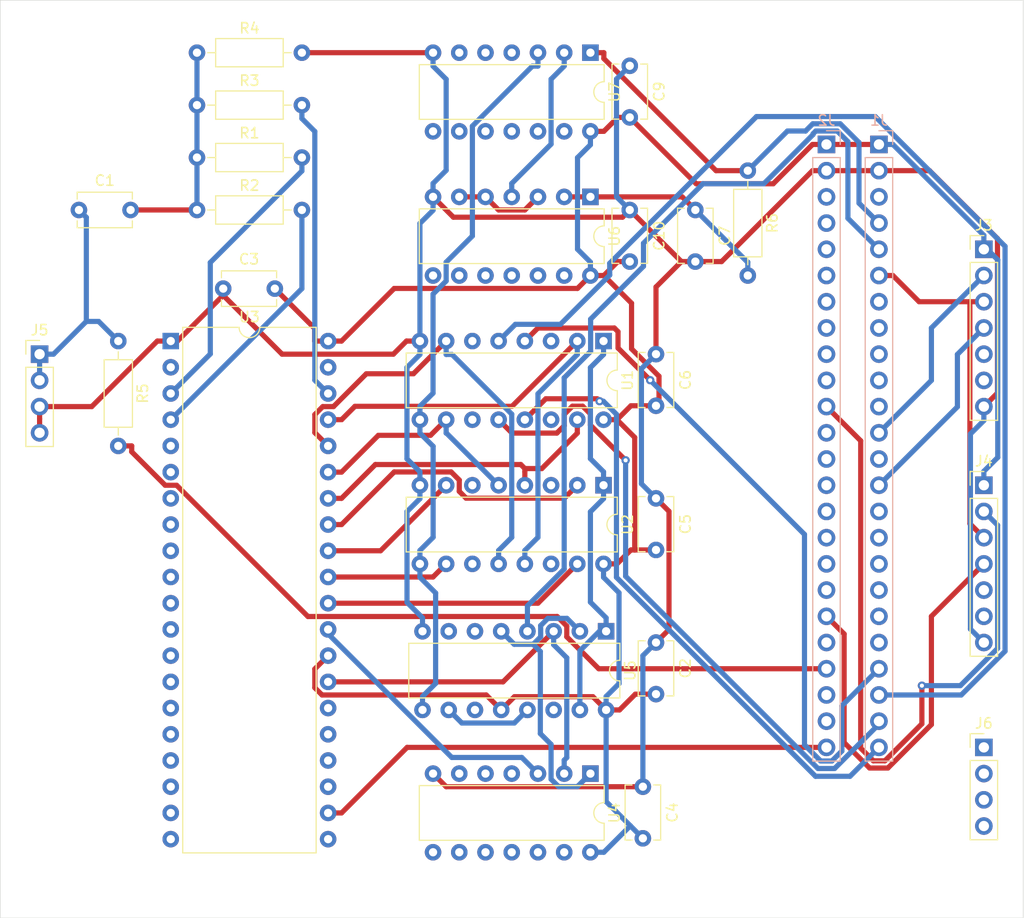
<source format=kicad_pcb>
(kicad_pcb (version 20171130) (host pcbnew "(5.1.6)-1")

  (general
    (thickness 1.6)
    (drawings 4)
    (tracks 400)
    (zones 0)
    (modules 28)
    (nets 112)
  )

  (page A4)
  (layers
    (0 F.Cu mixed)
    (31 B.Cu mixed)
    (32 B.Adhes user)
    (33 F.Adhes user)
    (34 B.Paste user)
    (35 F.Paste user)
    (36 B.SilkS user)
    (37 F.SilkS user)
    (38 B.Mask user)
    (39 F.Mask user)
    (40 Dwgs.User user)
    (41 Cmts.User user)
    (42 Eco1.User user)
    (43 Eco2.User user)
    (44 Edge.Cuts user)
    (45 Margin user)
    (46 B.CrtYd user)
    (47 F.CrtYd user)
    (48 B.Fab user)
    (49 F.Fab user)
  )

  (setup
    (last_trace_width 0.5)
    (trace_clearance 0.2)
    (zone_clearance 0.508)
    (zone_45_only no)
    (trace_min 0.5)
    (via_size 0.8)
    (via_drill 0.4)
    (via_min_size 0.4)
    (via_min_drill 0.3)
    (uvia_size 0.3)
    (uvia_drill 0.1)
    (uvias_allowed no)
    (uvia_min_size 0.2)
    (uvia_min_drill 0.1)
    (edge_width 0.05)
    (segment_width 0.2)
    (pcb_text_width 0.3)
    (pcb_text_size 1.5 1.5)
    (mod_edge_width 0.12)
    (mod_text_size 1 1)
    (mod_text_width 0.15)
    (pad_size 1.524 1.524)
    (pad_drill 0.762)
    (pad_to_mask_clearance 0.1)
    (aux_axis_origin 0 0)
    (visible_elements 7FFFFFFF)
    (pcbplotparams
      (layerselection 0x010fc_ffffffff)
      (usegerberextensions false)
      (usegerberattributes true)
      (usegerberadvancedattributes true)
      (creategerberjobfile true)
      (excludeedgelayer true)
      (linewidth 0.100000)
      (plotframeref false)
      (viasonmask false)
      (mode 1)
      (useauxorigin false)
      (hpglpennumber 1)
      (hpglpenspeed 20)
      (hpglpendiameter 15.000000)
      (psnegative false)
      (psa4output false)
      (plotreference true)
      (plotvalue true)
      (plotinvisibletext false)
      (padsonsilk false)
      (subtractmaskfromsilk false)
      (outputformat 1)
      (mirror false)
      (drillshape 0)
      (scaleselection 1)
      (outputdirectory "gerber/"))
  )

  (net 0 "")
  (net 1 "Net-(R1-Pad2)")
  (net 2 "Net-(C1-Pad2)")
  (net 3 "Net-(R2-Pad2)")
  (net 4 "Net-(R3-Pad2)")
  (net 5 "Net-(C1-Pad1)")
  (net 6 "Net-(U1-Pad15)")
  (net 7 "Net-(U1-Pad7)")
  (net 8 "Net-(U1-Pad14)")
  (net 9 "Net-(U1-Pad6)")
  (net 10 "Net-(U1-Pad11)")
  (net 11 "Net-(U1-Pad3)")
  (net 12 "Net-(U1-Pad10)")
  (net 13 "Net-(U1-Pad2)")
  (net 14 "Net-(U1-Pad1)")
  (net 15 "Net-(U2-Pad15)")
  (net 16 "Net-(U2-Pad7)")
  (net 17 "Net-(U2-Pad14)")
  (net 18 "Net-(U2-Pad6)")
  (net 19 "Net-(U2-Pad11)")
  (net 20 "Net-(U2-Pad3)")
  (net 21 "Net-(U2-Pad10)")
  (net 22 "Net-(U2-Pad2)")
  (net 23 "Net-(U3-Pad20)")
  (net 24 "Net-(U3-Pad39)")
  (net 25 "Net-(U3-Pad19)")
  (net 26 "Net-(U3-Pad18)")
  (net 27 "Net-(U3-Pad17)")
  (net 28 "Net-(U3-Pad16)")
  (net 29 "Net-(U3-Pad15)")
  (net 30 "Net-(U3-Pad14)")
  (net 31 "Net-(U3-Pad13)")
  (net 32 "Net-(U3-Pad12)")
  (net 33 "Net-(U3-Pad11)")
  (net 34 "Net-(U3-Pad10)")
  (net 35 "Net-(U3-Pad29)")
  (net 36 "Net-(U3-Pad9)")
  (net 37 "Net-(U3-Pad8)")
  (net 38 "Net-(U3-Pad7)")
  (net 39 "Net-(U3-Pad26)")
  (net 40 "Net-(U3-Pad6)")
  (net 41 "Net-(U3-Pad25)")
  (net 42 "Net-(U3-Pad5)")
  (net 43 "Net-(U3-Pad24)")
  (net 44 "Net-(U3-Pad23)")
  (net 45 "Net-(U3-Pad2)")
  (net 46 "Net-(U3-Pad21)")
  (net 47 "Net-(J1-Pad24)")
  (net 48 "Net-(J1-Pad23)")
  (net 49 "Net-(J1-Pad22)")
  (net 50 "Net-(J1-Pad21)")
  (net 51 "Net-(J1-Pad20)")
  (net 52 "Net-(J1-Pad19)")
  (net 53 "Net-(J1-Pad18)")
  (net 54 "Net-(J1-Pad17)")
  (net 55 "Net-(J1-Pad16)")
  (net 56 "Net-(J1-Pad15)")
  (net 57 "Net-(J1-Pad14)")
  (net 58 "Net-(J1-Pad13)")
  (net 59 "Net-(J1-Pad12)")
  (net 60 "Net-(J1-Pad11)")
  (net 61 "Net-(J1-Pad10)")
  (net 62 "Net-(J1-Pad9)")
  (net 63 "Net-(J1-Pad8)")
  (net 64 "Net-(J1-Pad7)")
  (net 65 "Net-(J1-Pad6)")
  (net 66 "Net-(J1-Pad5)")
  (net 67 "Net-(J1-Pad4)")
  (net 68 "Net-(J1-Pad3)")
  (net 69 "Net-(U5-Pad7)")
  (net 70 "Net-(U5-Pad14)")
  (net 71 "Net-(U5-Pad6)")
  (net 72 "Net-(U5-Pad11)")
  (net 73 "Net-(U5-Pad10)")
  (net 74 "Net-(U3-Pad27)")
  (net 75 "Net-(U4-Pad1)")
  (net 76 "Net-(C7-Pad1)")
  (net 77 "Net-(U1-Pad9)")
  (net 78 "Net-(U6-Pad3)")
  (net 79 "Net-(U6-Pad4)")
  (net 80 "Net-(J2-Pad24)")
  (net 81 "Net-(J2-Pad23)")
  (net 82 "Net-(J2-Pad22)")
  (net 83 "Net-(J2-Pad21)")
  (net 84 "Net-(J2-Pad20)")
  (net 85 "Net-(J2-Pad19)")
  (net 86 "Net-(J2-Pad18)")
  (net 87 "Net-(J2-Pad17)")
  (net 88 "Net-(J2-Pad16)")
  (net 89 "Net-(J2-Pad15)")
  (net 90 "Net-(J2-Pad13)")
  (net 91 "Net-(J2-Pad12)")
  (net 92 "Net-(J2-Pad11)")
  (net 93 "Net-(J2-Pad10)")
  (net 94 "Net-(J2-Pad9)")
  (net 95 "Net-(J2-Pad8)")
  (net 96 "Net-(J2-Pad7)")
  (net 97 "Net-(J2-Pad6)")
  (net 98 "Net-(J2-Pad5)")
  (net 99 "Net-(J2-Pad4)")
  (net 100 "Net-(J2-Pad3)")
  (net 101 "Net-(J3-Pad6)")
  (net 102 "Net-(J3-Pad5)")
  (net 103 "Net-(J4-Pad6)")
  (net 104 "Net-(J4-Pad5)")
  (net 105 "Net-(J6-Pad4)")
  (net 106 "Net-(J6-Pad3)")
  (net 107 "Net-(J6-Pad2)")
  (net 108 "Net-(J6-Pad1)")
  (net 109 "Net-(J2-Pad14)")
  (net 110 +5V)
  (net 111 GND)

  (net_class Default "This is the default net class."
    (clearance 0.2)
    (trace_width 0.5)
    (via_dia 0.8)
    (via_drill 0.4)
    (uvia_dia 0.3)
    (uvia_drill 0.1)
    (diff_pair_width 0.5)
    (diff_pair_gap 0.25)
    (add_net +5V)
    (add_net GND)
    (add_net "Net-(C1-Pad1)")
    (add_net "Net-(C1-Pad2)")
    (add_net "Net-(C7-Pad1)")
    (add_net "Net-(J1-Pad10)")
    (add_net "Net-(J1-Pad11)")
    (add_net "Net-(J1-Pad12)")
    (add_net "Net-(J1-Pad13)")
    (add_net "Net-(J1-Pad14)")
    (add_net "Net-(J1-Pad15)")
    (add_net "Net-(J1-Pad16)")
    (add_net "Net-(J1-Pad17)")
    (add_net "Net-(J1-Pad18)")
    (add_net "Net-(J1-Pad19)")
    (add_net "Net-(J1-Pad20)")
    (add_net "Net-(J1-Pad21)")
    (add_net "Net-(J1-Pad22)")
    (add_net "Net-(J1-Pad23)")
    (add_net "Net-(J1-Pad24)")
    (add_net "Net-(J1-Pad3)")
    (add_net "Net-(J1-Pad4)")
    (add_net "Net-(J1-Pad5)")
    (add_net "Net-(J1-Pad6)")
    (add_net "Net-(J1-Pad7)")
    (add_net "Net-(J1-Pad8)")
    (add_net "Net-(J1-Pad9)")
    (add_net "Net-(J2-Pad10)")
    (add_net "Net-(J2-Pad11)")
    (add_net "Net-(J2-Pad12)")
    (add_net "Net-(J2-Pad13)")
    (add_net "Net-(J2-Pad14)")
    (add_net "Net-(J2-Pad15)")
    (add_net "Net-(J2-Pad16)")
    (add_net "Net-(J2-Pad17)")
    (add_net "Net-(J2-Pad18)")
    (add_net "Net-(J2-Pad19)")
    (add_net "Net-(J2-Pad20)")
    (add_net "Net-(J2-Pad21)")
    (add_net "Net-(J2-Pad22)")
    (add_net "Net-(J2-Pad23)")
    (add_net "Net-(J2-Pad24)")
    (add_net "Net-(J2-Pad3)")
    (add_net "Net-(J2-Pad4)")
    (add_net "Net-(J2-Pad5)")
    (add_net "Net-(J2-Pad6)")
    (add_net "Net-(J2-Pad7)")
    (add_net "Net-(J2-Pad8)")
    (add_net "Net-(J2-Pad9)")
    (add_net "Net-(J3-Pad5)")
    (add_net "Net-(J3-Pad6)")
    (add_net "Net-(J4-Pad5)")
    (add_net "Net-(J4-Pad6)")
    (add_net "Net-(J6-Pad1)")
    (add_net "Net-(J6-Pad2)")
    (add_net "Net-(J6-Pad3)")
    (add_net "Net-(J6-Pad4)")
    (add_net "Net-(R1-Pad2)")
    (add_net "Net-(R2-Pad2)")
    (add_net "Net-(R3-Pad2)")
    (add_net "Net-(U1-Pad1)")
    (add_net "Net-(U1-Pad10)")
    (add_net "Net-(U1-Pad11)")
    (add_net "Net-(U1-Pad14)")
    (add_net "Net-(U1-Pad15)")
    (add_net "Net-(U1-Pad2)")
    (add_net "Net-(U1-Pad3)")
    (add_net "Net-(U1-Pad6)")
    (add_net "Net-(U1-Pad7)")
    (add_net "Net-(U1-Pad9)")
    (add_net "Net-(U2-Pad10)")
    (add_net "Net-(U2-Pad11)")
    (add_net "Net-(U2-Pad14)")
    (add_net "Net-(U2-Pad15)")
    (add_net "Net-(U2-Pad2)")
    (add_net "Net-(U2-Pad3)")
    (add_net "Net-(U2-Pad6)")
    (add_net "Net-(U2-Pad7)")
    (add_net "Net-(U3-Pad10)")
    (add_net "Net-(U3-Pad11)")
    (add_net "Net-(U3-Pad12)")
    (add_net "Net-(U3-Pad13)")
    (add_net "Net-(U3-Pad14)")
    (add_net "Net-(U3-Pad15)")
    (add_net "Net-(U3-Pad16)")
    (add_net "Net-(U3-Pad17)")
    (add_net "Net-(U3-Pad18)")
    (add_net "Net-(U3-Pad19)")
    (add_net "Net-(U3-Pad2)")
    (add_net "Net-(U3-Pad20)")
    (add_net "Net-(U3-Pad21)")
    (add_net "Net-(U3-Pad23)")
    (add_net "Net-(U3-Pad24)")
    (add_net "Net-(U3-Pad25)")
    (add_net "Net-(U3-Pad26)")
    (add_net "Net-(U3-Pad27)")
    (add_net "Net-(U3-Pad29)")
    (add_net "Net-(U3-Pad39)")
    (add_net "Net-(U3-Pad5)")
    (add_net "Net-(U3-Pad6)")
    (add_net "Net-(U3-Pad7)")
    (add_net "Net-(U3-Pad8)")
    (add_net "Net-(U3-Pad9)")
    (add_net "Net-(U4-Pad1)")
    (add_net "Net-(U5-Pad10)")
    (add_net "Net-(U5-Pad11)")
    (add_net "Net-(U5-Pad14)")
    (add_net "Net-(U5-Pad6)")
    (add_net "Net-(U5-Pad7)")
    (add_net "Net-(U6-Pad3)")
    (add_net "Net-(U6-Pad4)")
  )

  (module Connector_PinHeader_2.54mm:PinHeader_1x04_P2.54mm_Vertical (layer F.Cu) (tedit 59FED5CC) (tstamp 5F2D3116)
    (at 195.58 109.22)
    (descr "Through hole straight pin header, 1x04, 2.54mm pitch, single row")
    (tags "Through hole pin header THT 1x04 2.54mm single row")
    (path /5F6BC120)
    (fp_text reference J6 (at 0 -2.33) (layer F.SilkS)
      (effects (font (size 1 1) (thickness 0.15)))
    )
    (fp_text value "EN Switch" (at 0 9.95) (layer F.Fab)
      (effects (font (size 1 1) (thickness 0.15)))
    )
    (fp_line (start 1.8 -1.8) (end -1.8 -1.8) (layer F.CrtYd) (width 0.05))
    (fp_line (start 1.8 9.4) (end 1.8 -1.8) (layer F.CrtYd) (width 0.05))
    (fp_line (start -1.8 9.4) (end 1.8 9.4) (layer F.CrtYd) (width 0.05))
    (fp_line (start -1.8 -1.8) (end -1.8 9.4) (layer F.CrtYd) (width 0.05))
    (fp_line (start -1.33 -1.33) (end 0 -1.33) (layer F.SilkS) (width 0.12))
    (fp_line (start -1.33 0) (end -1.33 -1.33) (layer F.SilkS) (width 0.12))
    (fp_line (start -1.33 1.27) (end 1.33 1.27) (layer F.SilkS) (width 0.12))
    (fp_line (start 1.33 1.27) (end 1.33 8.95) (layer F.SilkS) (width 0.12))
    (fp_line (start -1.33 1.27) (end -1.33 8.95) (layer F.SilkS) (width 0.12))
    (fp_line (start -1.33 8.95) (end 1.33 8.95) (layer F.SilkS) (width 0.12))
    (fp_line (start -1.27 -0.635) (end -0.635 -1.27) (layer F.Fab) (width 0.1))
    (fp_line (start -1.27 8.89) (end -1.27 -0.635) (layer F.Fab) (width 0.1))
    (fp_line (start 1.27 8.89) (end -1.27 8.89) (layer F.Fab) (width 0.1))
    (fp_line (start 1.27 -1.27) (end 1.27 8.89) (layer F.Fab) (width 0.1))
    (fp_line (start -0.635 -1.27) (end 1.27 -1.27) (layer F.Fab) (width 0.1))
    (fp_text user %R (at 0 3.81 90) (layer F.Fab)
      (effects (font (size 1 1) (thickness 0.15)))
    )
    (pad 4 thru_hole oval (at 0 7.62) (size 1.7 1.7) (drill 1) (layers *.Cu *.Mask)
      (net 105 "Net-(J6-Pad4)"))
    (pad 3 thru_hole oval (at 0 5.08) (size 1.7 1.7) (drill 1) (layers *.Cu *.Mask)
      (net 106 "Net-(J6-Pad3)"))
    (pad 2 thru_hole oval (at 0 2.54) (size 1.7 1.7) (drill 1) (layers *.Cu *.Mask)
      (net 107 "Net-(J6-Pad2)"))
    (pad 1 thru_hole rect (at 0 0) (size 1.7 1.7) (drill 1) (layers *.Cu *.Mask)
      (net 108 "Net-(J6-Pad1)"))
    (model ${KISYS3DMOD}/Connector_PinHeader_2.54mm.3dshapes/PinHeader_1x04_P2.54mm_Vertical.wrl
      (at (xyz 0 0 0))
      (scale (xyz 1 1 1))
      (rotate (xyz 0 0 0))
    )
  )

  (module Connector_PinHeader_2.54mm:PinHeader_1x04_P2.54mm_Vertical (layer F.Cu) (tedit 59FED5CC) (tstamp 5F2D219D)
    (at 104.14 71.12)
    (descr "Through hole straight pin header, 1x04, 2.54mm pitch, single row")
    (tags "Through hole pin header THT 1x04 2.54mm single row")
    (path /5F61EB1D)
    (fp_text reference J5 (at 0 -2.33) (layer F.SilkS)
      (effects (font (size 1 1) (thickness 0.15)))
    )
    (fp_text value "AUD Out" (at 0 9.95) (layer F.Fab)
      (effects (font (size 1 1) (thickness 0.15)))
    )
    (fp_line (start 1.8 -1.8) (end -1.8 -1.8) (layer F.CrtYd) (width 0.05))
    (fp_line (start 1.8 9.4) (end 1.8 -1.8) (layer F.CrtYd) (width 0.05))
    (fp_line (start -1.8 9.4) (end 1.8 9.4) (layer F.CrtYd) (width 0.05))
    (fp_line (start -1.8 -1.8) (end -1.8 9.4) (layer F.CrtYd) (width 0.05))
    (fp_line (start -1.33 -1.33) (end 0 -1.33) (layer F.SilkS) (width 0.12))
    (fp_line (start -1.33 0) (end -1.33 -1.33) (layer F.SilkS) (width 0.12))
    (fp_line (start -1.33 1.27) (end 1.33 1.27) (layer F.SilkS) (width 0.12))
    (fp_line (start 1.33 1.27) (end 1.33 8.95) (layer F.SilkS) (width 0.12))
    (fp_line (start -1.33 1.27) (end -1.33 8.95) (layer F.SilkS) (width 0.12))
    (fp_line (start -1.33 8.95) (end 1.33 8.95) (layer F.SilkS) (width 0.12))
    (fp_line (start -1.27 -0.635) (end -0.635 -1.27) (layer F.Fab) (width 0.1))
    (fp_line (start -1.27 8.89) (end -1.27 -0.635) (layer F.Fab) (width 0.1))
    (fp_line (start 1.27 8.89) (end -1.27 8.89) (layer F.Fab) (width 0.1))
    (fp_line (start 1.27 -1.27) (end 1.27 8.89) (layer F.Fab) (width 0.1))
    (fp_line (start -0.635 -1.27) (end 1.27 -1.27) (layer F.Fab) (width 0.1))
    (fp_text user %R (at 0 3.81 90) (layer F.Fab)
      (effects (font (size 1 1) (thickness 0.15)))
    )
    (pad 4 thru_hole oval (at 0 7.62) (size 1.7 1.7) (drill 1) (layers *.Cu *.Mask)
      (net 111 GND))
    (pad 3 thru_hole oval (at 0 5.08) (size 1.7 1.7) (drill 1) (layers *.Cu *.Mask)
      (net 111 GND))
    (pad 2 thru_hole oval (at 0 2.54) (size 1.7 1.7) (drill 1) (layers *.Cu *.Mask)
      (net 5 "Net-(C1-Pad1)"))
    (pad 1 thru_hole rect (at 0 0) (size 1.7 1.7) (drill 1) (layers *.Cu *.Mask)
      (net 5 "Net-(C1-Pad1)"))
    (model ${KISYS3DMOD}/Connector_PinHeader_2.54mm.3dshapes/PinHeader_1x04_P2.54mm_Vertical.wrl
      (at (xyz 0 0 0))
      (scale (xyz 1 1 1))
      (rotate (xyz 0 0 0))
    )
  )

  (module Package_DIP:DIP-14_W7.62mm (layer F.Cu) (tedit 5A02E8C5) (tstamp 5F29A15E)
    (at 157.48 41.91 270)
    (descr "14-lead though-hole mounted DIP package, row spacing 7.62 mm (300 mils)")
    (tags "THT DIP DIL PDIP 2.54mm 7.62mm 300mil")
    (path /5F3A3C20)
    (fp_text reference U7 (at 3.81 -2.33 90) (layer F.SilkS)
      (effects (font (size 1 1) (thickness 0.15)))
    )
    (fp_text value 4070 (at 3.81 17.57 90) (layer F.Fab)
      (effects (font (size 1 1) (thickness 0.15)))
    )
    (fp_line (start 8.7 -1.55) (end -1.1 -1.55) (layer F.CrtYd) (width 0.05))
    (fp_line (start 8.7 16.8) (end 8.7 -1.55) (layer F.CrtYd) (width 0.05))
    (fp_line (start -1.1 16.8) (end 8.7 16.8) (layer F.CrtYd) (width 0.05))
    (fp_line (start -1.1 -1.55) (end -1.1 16.8) (layer F.CrtYd) (width 0.05))
    (fp_line (start 6.46 -1.33) (end 4.81 -1.33) (layer F.SilkS) (width 0.12))
    (fp_line (start 6.46 16.57) (end 6.46 -1.33) (layer F.SilkS) (width 0.12))
    (fp_line (start 1.16 16.57) (end 6.46 16.57) (layer F.SilkS) (width 0.12))
    (fp_line (start 1.16 -1.33) (end 1.16 16.57) (layer F.SilkS) (width 0.12))
    (fp_line (start 2.81 -1.33) (end 1.16 -1.33) (layer F.SilkS) (width 0.12))
    (fp_line (start 0.635 -0.27) (end 1.635 -1.27) (layer F.Fab) (width 0.1))
    (fp_line (start 0.635 16.51) (end 0.635 -0.27) (layer F.Fab) (width 0.1))
    (fp_line (start 6.985 16.51) (end 0.635 16.51) (layer F.Fab) (width 0.1))
    (fp_line (start 6.985 -1.27) (end 6.985 16.51) (layer F.Fab) (width 0.1))
    (fp_line (start 1.635 -1.27) (end 6.985 -1.27) (layer F.Fab) (width 0.1))
    (fp_text user %R (at 3.81 7.62 90) (layer F.Fab)
      (effects (font (size 1 1) (thickness 0.15)))
    )
    (fp_arc (start 3.81 -1.33) (end 2.81 -1.33) (angle -180) (layer F.SilkS) (width 0.12))
    (pad 14 thru_hole oval (at 7.62 0 270) (size 1.6 1.6) (drill 0.8) (layers *.Cu *.Mask)
      (net 110 +5V))
    (pad 7 thru_hole oval (at 0 15.24 270) (size 1.6 1.6) (drill 0.8) (layers *.Cu *.Mask)
      (net 111 GND))
    (pad 13 thru_hole oval (at 7.62 2.54 270) (size 1.6 1.6) (drill 0.8) (layers *.Cu *.Mask))
    (pad 6 thru_hole oval (at 0 12.7 270) (size 1.6 1.6) (drill 0.8) (layers *.Cu *.Mask))
    (pad 12 thru_hole oval (at 7.62 5.08 270) (size 1.6 1.6) (drill 0.8) (layers *.Cu *.Mask))
    (pad 5 thru_hole oval (at 0 10.16 270) (size 1.6 1.6) (drill 0.8) (layers *.Cu *.Mask))
    (pad 11 thru_hole oval (at 7.62 7.62 270) (size 1.6 1.6) (drill 0.8) (layers *.Cu *.Mask))
    (pad 4 thru_hole oval (at 0 7.62 270) (size 1.6 1.6) (drill 0.8) (layers *.Cu *.Mask))
    (pad 10 thru_hole oval (at 7.62 10.16 270) (size 1.6 1.6) (drill 0.8) (layers *.Cu *.Mask))
    (pad 3 thru_hole oval (at 0 5.08 270) (size 1.6 1.6) (drill 0.8) (layers *.Cu *.Mask)
      (net 77 "Net-(U1-Pad9)"))
    (pad 9 thru_hole oval (at 7.62 12.7 270) (size 1.6 1.6) (drill 0.8) (layers *.Cu *.Mask))
    (pad 2 thru_hole oval (at 0 2.54 270) (size 1.6 1.6) (drill 0.8) (layers *.Cu *.Mask)
      (net 79 "Net-(U6-Pad4)"))
    (pad 8 thru_hole oval (at 7.62 15.24 270) (size 1.6 1.6) (drill 0.8) (layers *.Cu *.Mask))
    (pad 1 thru_hole rect (at 0 0 270) (size 1.6 1.6) (drill 0.8) (layers *.Cu *.Mask)
      (net 67 "Net-(J1-Pad4)"))
    (model ${KISYS3DMOD}/Package_DIP.3dshapes/DIP-14_W7.62mm.wrl
      (at (xyz 0 0 0))
      (scale (xyz 1 1 1))
      (rotate (xyz 0 0 0))
    )
  )

  (module Package_DIP:DIP-14_W7.62mm (layer F.Cu) (tedit 5A02E8C5) (tstamp 5F29A134)
    (at 157.48 55.88 270)
    (descr "14-lead though-hole mounted DIP package, row spacing 7.62 mm (300 mils)")
    (tags "THT DIP DIL PDIP 2.54mm 7.62mm 300mil")
    (path /5F3EAB44)
    (fp_text reference U6 (at 3.81 -2.33 90) (layer F.SilkS)
      (effects (font (size 1 1) (thickness 0.15)))
    )
    (fp_text value 4011 (at 3.81 17.57 90) (layer F.Fab)
      (effects (font (size 1 1) (thickness 0.15)))
    )
    (fp_line (start 8.7 -1.55) (end -1.1 -1.55) (layer F.CrtYd) (width 0.05))
    (fp_line (start 8.7 16.8) (end 8.7 -1.55) (layer F.CrtYd) (width 0.05))
    (fp_line (start -1.1 16.8) (end 8.7 16.8) (layer F.CrtYd) (width 0.05))
    (fp_line (start -1.1 -1.55) (end -1.1 16.8) (layer F.CrtYd) (width 0.05))
    (fp_line (start 6.46 -1.33) (end 4.81 -1.33) (layer F.SilkS) (width 0.12))
    (fp_line (start 6.46 16.57) (end 6.46 -1.33) (layer F.SilkS) (width 0.12))
    (fp_line (start 1.16 16.57) (end 6.46 16.57) (layer F.SilkS) (width 0.12))
    (fp_line (start 1.16 -1.33) (end 1.16 16.57) (layer F.SilkS) (width 0.12))
    (fp_line (start 2.81 -1.33) (end 1.16 -1.33) (layer F.SilkS) (width 0.12))
    (fp_line (start 0.635 -0.27) (end 1.635 -1.27) (layer F.Fab) (width 0.1))
    (fp_line (start 0.635 16.51) (end 0.635 -0.27) (layer F.Fab) (width 0.1))
    (fp_line (start 6.985 16.51) (end 0.635 16.51) (layer F.Fab) (width 0.1))
    (fp_line (start 6.985 -1.27) (end 6.985 16.51) (layer F.Fab) (width 0.1))
    (fp_line (start 1.635 -1.27) (end 6.985 -1.27) (layer F.Fab) (width 0.1))
    (fp_text user %R (at 3.81 7.62 90) (layer F.Fab)
      (effects (font (size 1 1) (thickness 0.15)))
    )
    (fp_arc (start 3.81 -1.33) (end 2.81 -1.33) (angle -180) (layer F.SilkS) (width 0.12))
    (pad 14 thru_hole oval (at 7.62 0 270) (size 1.6 1.6) (drill 0.8) (layers *.Cu *.Mask)
      (net 110 +5V))
    (pad 7 thru_hole oval (at 0 15.24 270) (size 1.6 1.6) (drill 0.8) (layers *.Cu *.Mask)
      (net 111 GND))
    (pad 13 thru_hole oval (at 7.62 2.54 270) (size 1.6 1.6) (drill 0.8) (layers *.Cu *.Mask))
    (pad 6 thru_hole oval (at 0 12.7 270) (size 1.6 1.6) (drill 0.8) (layers *.Cu *.Mask)
      (net 78 "Net-(U6-Pad3)"))
    (pad 12 thru_hole oval (at 7.62 5.08 270) (size 1.6 1.6) (drill 0.8) (layers *.Cu *.Mask))
    (pad 5 thru_hole oval (at 0 10.16 270) (size 1.6 1.6) (drill 0.8) (layers *.Cu *.Mask)
      (net 78 "Net-(U6-Pad3)"))
    (pad 11 thru_hole oval (at 7.62 7.62 270) (size 1.6 1.6) (drill 0.8) (layers *.Cu *.Mask))
    (pad 4 thru_hole oval (at 0 7.62 270) (size 1.6 1.6) (drill 0.8) (layers *.Cu *.Mask)
      (net 79 "Net-(U6-Pad4)"))
    (pad 10 thru_hole oval (at 7.62 10.16 270) (size 1.6 1.6) (drill 0.8) (layers *.Cu *.Mask))
    (pad 3 thru_hole oval (at 0 5.08 270) (size 1.6 1.6) (drill 0.8) (layers *.Cu *.Mask)
      (net 78 "Net-(U6-Pad3)"))
    (pad 9 thru_hole oval (at 7.62 12.7 270) (size 1.6 1.6) (drill 0.8) (layers *.Cu *.Mask))
    (pad 2 thru_hole oval (at 0 2.54 270) (size 1.6 1.6) (drill 0.8) (layers *.Cu *.Mask)
      (net 76 "Net-(C7-Pad1)"))
    (pad 8 thru_hole oval (at 7.62 15.24 270) (size 1.6 1.6) (drill 0.8) (layers *.Cu *.Mask))
    (pad 1 thru_hole rect (at 0 0 270) (size 1.6 1.6) (drill 0.8) (layers *.Cu *.Mask)
      (net 76 "Net-(C7-Pad1)"))
    (model ${KISYS3DMOD}/Package_DIP.3dshapes/DIP-14_W7.62mm.wrl
      (at (xyz 0 0 0))
      (scale (xyz 1 1 1))
      (rotate (xyz 0 0 0))
    )
  )

  (module Package_DIP:DIP-16_W7.62mm (layer F.Cu) (tedit 5A02E8C5) (tstamp 5F28EE6F)
    (at 159 97.97 270)
    (descr "16-lead though-hole mounted DIP package, row spacing 7.62 mm (300 mils)")
    (tags "THT DIP DIL PDIP 2.54mm 7.62mm 300mil")
    (path /5F304132)
    (fp_text reference U5 (at 3.81 -2.33 90) (layer F.SilkS)
      (effects (font (size 1 1) (thickness 0.15)))
    )
    (fp_text value 74LS175 (at 3.81 20.11 90) (layer F.Fab)
      (effects (font (size 1 1) (thickness 0.15)))
    )
    (fp_line (start 8.7 -1.55) (end -1.1 -1.55) (layer F.CrtYd) (width 0.05))
    (fp_line (start 8.7 19.3) (end 8.7 -1.55) (layer F.CrtYd) (width 0.05))
    (fp_line (start -1.1 19.3) (end 8.7 19.3) (layer F.CrtYd) (width 0.05))
    (fp_line (start -1.1 -1.55) (end -1.1 19.3) (layer F.CrtYd) (width 0.05))
    (fp_line (start 6.46 -1.33) (end 4.81 -1.33) (layer F.SilkS) (width 0.12))
    (fp_line (start 6.46 19.11) (end 6.46 -1.33) (layer F.SilkS) (width 0.12))
    (fp_line (start 1.16 19.11) (end 6.46 19.11) (layer F.SilkS) (width 0.12))
    (fp_line (start 1.16 -1.33) (end 1.16 19.11) (layer F.SilkS) (width 0.12))
    (fp_line (start 2.81 -1.33) (end 1.16 -1.33) (layer F.SilkS) (width 0.12))
    (fp_line (start 0.635 -0.27) (end 1.635 -1.27) (layer F.Fab) (width 0.1))
    (fp_line (start 0.635 19.05) (end 0.635 -0.27) (layer F.Fab) (width 0.1))
    (fp_line (start 6.985 19.05) (end 0.635 19.05) (layer F.Fab) (width 0.1))
    (fp_line (start 6.985 -1.27) (end 6.985 19.05) (layer F.Fab) (width 0.1))
    (fp_line (start 1.635 -1.27) (end 6.985 -1.27) (layer F.Fab) (width 0.1))
    (fp_text user %R (at 3.81 8.89 90) (layer F.Fab)
      (effects (font (size 1 1) (thickness 0.15)))
    )
    (fp_arc (start 3.81 -1.33) (end 2.81 -1.33) (angle -180) (layer F.SilkS) (width 0.12))
    (pad 16 thru_hole oval (at 7.62 0 270) (size 1.6 1.6) (drill 0.8) (layers *.Cu *.Mask)
      (net 110 +5V))
    (pad 8 thru_hole oval (at 0 17.78 270) (size 1.6 1.6) (drill 0.8) (layers *.Cu *.Mask)
      (net 111 GND))
    (pad 15 thru_hole oval (at 7.62 2.54 270) (size 1.6 1.6) (drill 0.8) (layers *.Cu *.Mask)
      (net 14 "Net-(U1-Pad1)"))
    (pad 7 thru_hole oval (at 0 15.24 270) (size 1.6 1.6) (drill 0.8) (layers *.Cu *.Mask)
      (net 69 "Net-(U5-Pad7)"))
    (pad 14 thru_hole oval (at 7.62 5.08 270) (size 1.6 1.6) (drill 0.8) (layers *.Cu *.Mask)
      (net 70 "Net-(U5-Pad14)"))
    (pad 6 thru_hole oval (at 0 12.7 270) (size 1.6 1.6) (drill 0.8) (layers *.Cu *.Mask)
      (net 71 "Net-(U5-Pad6)"))
    (pad 13 thru_hole oval (at 7.62 7.62 270) (size 1.6 1.6) (drill 0.8) (layers *.Cu *.Mask)
      (net 73 "Net-(U5-Pad10)"))
    (pad 5 thru_hole oval (at 0 10.16 270) (size 1.6 1.6) (drill 0.8) (layers *.Cu *.Mask)
      (net 75 "Net-(U4-Pad1)"))
    (pad 12 thru_hole oval (at 7.62 10.16 270) (size 1.6 1.6) (drill 0.8) (layers *.Cu *.Mask)
      (net 110 +5V))
    (pad 4 thru_hole oval (at 0 7.62 270) (size 1.6 1.6) (drill 0.8) (layers *.Cu *.Mask)
      (net 66 "Net-(J1-Pad5)"))
    (pad 11 thru_hole oval (at 7.62 12.7 270) (size 1.6 1.6) (drill 0.8) (layers *.Cu *.Mask)
      (net 72 "Net-(U5-Pad11)"))
    (pad 3 thru_hole oval (at 0 5.08 270) (size 1.6 1.6) (drill 0.8) (layers *.Cu *.Mask)
      (net 74 "Net-(U3-Pad27)"))
    (pad 10 thru_hole oval (at 7.62 15.24 270) (size 1.6 1.6) (drill 0.8) (layers *.Cu *.Mask)
      (net 73 "Net-(U5-Pad10)"))
    (pad 2 thru_hole oval (at 0 2.54 270) (size 1.6 1.6) (drill 0.8) (layers *.Cu *.Mask)
      (net 75 "Net-(U4-Pad1)"))
    (pad 9 thru_hole oval (at 7.62 17.78 270) (size 1.6 1.6) (drill 0.8) (layers *.Cu *.Mask)
      (net 77 "Net-(U1-Pad9)"))
    (pad 1 thru_hole rect (at 0 0 270) (size 1.6 1.6) (drill 0.8) (layers *.Cu *.Mask)
      (net 14 "Net-(U1-Pad1)"))
    (model ${KISYS3DMOD}/Package_DIP.3dshapes/DIP-16_W7.62mm.wrl
      (at (xyz 0 0 0))
      (scale (xyz 1 1 1))
      (rotate (xyz 0 0 0))
    )
  )

  (module Package_DIP:DIP-14_W7.62mm (layer F.Cu) (tedit 5A02E8C5) (tstamp 5F29908D)
    (at 157.48 111.76 270)
    (descr "14-lead though-hole mounted DIP package, row spacing 7.62 mm (300 mils)")
    (tags "THT DIP DIL PDIP 2.54mm 7.62mm 300mil")
    (path /5F35FB66)
    (fp_text reference U4 (at 3.81 -2.33 90) (layer F.SilkS)
      (effects (font (size 1 1) (thickness 0.15)))
    )
    (fp_text value 4081 (at 3.81 17.57 90) (layer F.Fab)
      (effects (font (size 1 1) (thickness 0.15)))
    )
    (fp_line (start 8.7 -1.55) (end -1.1 -1.55) (layer F.CrtYd) (width 0.05))
    (fp_line (start 8.7 16.8) (end 8.7 -1.55) (layer F.CrtYd) (width 0.05))
    (fp_line (start -1.1 16.8) (end 8.7 16.8) (layer F.CrtYd) (width 0.05))
    (fp_line (start -1.1 -1.55) (end -1.1 16.8) (layer F.CrtYd) (width 0.05))
    (fp_line (start 6.46 -1.33) (end 4.81 -1.33) (layer F.SilkS) (width 0.12))
    (fp_line (start 6.46 16.57) (end 6.46 -1.33) (layer F.SilkS) (width 0.12))
    (fp_line (start 1.16 16.57) (end 6.46 16.57) (layer F.SilkS) (width 0.12))
    (fp_line (start 1.16 -1.33) (end 1.16 16.57) (layer F.SilkS) (width 0.12))
    (fp_line (start 2.81 -1.33) (end 1.16 -1.33) (layer F.SilkS) (width 0.12))
    (fp_line (start 0.635 -0.27) (end 1.635 -1.27) (layer F.Fab) (width 0.1))
    (fp_line (start 0.635 16.51) (end 0.635 -0.27) (layer F.Fab) (width 0.1))
    (fp_line (start 6.985 16.51) (end 0.635 16.51) (layer F.Fab) (width 0.1))
    (fp_line (start 6.985 -1.27) (end 6.985 16.51) (layer F.Fab) (width 0.1))
    (fp_line (start 1.635 -1.27) (end 6.985 -1.27) (layer F.Fab) (width 0.1))
    (fp_text user %R (at 3.81 7.62 90) (layer F.Fab)
      (effects (font (size 1 1) (thickness 0.15)))
    )
    (fp_arc (start 3.81 -1.33) (end 2.81 -1.33) (angle -180) (layer F.SilkS) (width 0.12))
    (pad 14 thru_hole oval (at 7.62 0 270) (size 1.6 1.6) (drill 0.8) (layers *.Cu *.Mask)
      (net 110 +5V))
    (pad 7 thru_hole oval (at 0 15.24 270) (size 1.6 1.6) (drill 0.8) (layers *.Cu *.Mask)
      (net 111 GND))
    (pad 13 thru_hole oval (at 7.62 2.54 270) (size 1.6 1.6) (drill 0.8) (layers *.Cu *.Mask))
    (pad 6 thru_hole oval (at 0 12.7 270) (size 1.6 1.6) (drill 0.8) (layers *.Cu *.Mask))
    (pad 12 thru_hole oval (at 7.62 5.08 270) (size 1.6 1.6) (drill 0.8) (layers *.Cu *.Mask))
    (pad 5 thru_hole oval (at 0 10.16 270) (size 1.6 1.6) (drill 0.8) (layers *.Cu *.Mask))
    (pad 11 thru_hole oval (at 7.62 7.62 270) (size 1.6 1.6) (drill 0.8) (layers *.Cu *.Mask))
    (pad 4 thru_hole oval (at 0 7.62 270) (size 1.6 1.6) (drill 0.8) (layers *.Cu *.Mask))
    (pad 10 thru_hole oval (at 7.62 10.16 270) (size 1.6 1.6) (drill 0.8) (layers *.Cu *.Mask))
    (pad 3 thru_hole oval (at 0 5.08 270) (size 1.6 1.6) (drill 0.8) (layers *.Cu *.Mask)
      (net 35 "Net-(U3-Pad29)"))
    (pad 9 thru_hole oval (at 7.62 12.7 270) (size 1.6 1.6) (drill 0.8) (layers *.Cu *.Mask))
    (pad 2 thru_hole oval (at 0 2.54 270) (size 1.6 1.6) (drill 0.8) (layers *.Cu *.Mask)
      (net 74 "Net-(U3-Pad27)"))
    (pad 8 thru_hole oval (at 7.62 15.24 270) (size 1.6 1.6) (drill 0.8) (layers *.Cu *.Mask))
    (pad 1 thru_hole rect (at 0 0 270) (size 1.6 1.6) (drill 0.8) (layers *.Cu *.Mask)
      (net 75 "Net-(U4-Pad1)"))
    (model ${KISYS3DMOD}/Package_DIP.3dshapes/DIP-14_W7.62mm.wrl
      (at (xyz 0 0 0))
      (scale (xyz 1 1 1))
      (rotate (xyz 0 0 0))
    )
  )

  (module Package_DIP:DIP-16_W7.62mm (layer F.Cu) (tedit 5A02E8C5) (tstamp 5F28E045)
    (at 158.75 83.82 270)
    (descr "16-lead though-hole mounted DIP package, row spacing 7.62 mm (300 mils)")
    (tags "THT DIP DIL PDIP 2.54mm 7.62mm 300mil")
    (path /5F286610)
    (fp_text reference U2 (at 3.81 -2.33 90) (layer F.SilkS)
      (effects (font (size 1 1) (thickness 0.15)))
    )
    (fp_text value 74LS175 (at 3.81 20.11 90) (layer F.Fab)
      (effects (font (size 1 1) (thickness 0.15)))
    )
    (fp_line (start 8.7 -1.55) (end -1.1 -1.55) (layer F.CrtYd) (width 0.05))
    (fp_line (start 8.7 19.3) (end 8.7 -1.55) (layer F.CrtYd) (width 0.05))
    (fp_line (start -1.1 19.3) (end 8.7 19.3) (layer F.CrtYd) (width 0.05))
    (fp_line (start -1.1 -1.55) (end -1.1 19.3) (layer F.CrtYd) (width 0.05))
    (fp_line (start 6.46 -1.33) (end 4.81 -1.33) (layer F.SilkS) (width 0.12))
    (fp_line (start 6.46 19.11) (end 6.46 -1.33) (layer F.SilkS) (width 0.12))
    (fp_line (start 1.16 19.11) (end 6.46 19.11) (layer F.SilkS) (width 0.12))
    (fp_line (start 1.16 -1.33) (end 1.16 19.11) (layer F.SilkS) (width 0.12))
    (fp_line (start 2.81 -1.33) (end 1.16 -1.33) (layer F.SilkS) (width 0.12))
    (fp_line (start 0.635 -0.27) (end 1.635 -1.27) (layer F.Fab) (width 0.1))
    (fp_line (start 0.635 19.05) (end 0.635 -0.27) (layer F.Fab) (width 0.1))
    (fp_line (start 6.985 19.05) (end 0.635 19.05) (layer F.Fab) (width 0.1))
    (fp_line (start 6.985 -1.27) (end 6.985 19.05) (layer F.Fab) (width 0.1))
    (fp_line (start 1.635 -1.27) (end 6.985 -1.27) (layer F.Fab) (width 0.1))
    (fp_text user %R (at 3.81 8.89 90) (layer F.Fab)
      (effects (font (size 1 1) (thickness 0.15)))
    )
    (fp_arc (start 3.81 -1.33) (end 2.81 -1.33) (angle -180) (layer F.SilkS) (width 0.12))
    (pad 16 thru_hole oval (at 7.62 0 270) (size 1.6 1.6) (drill 0.8) (layers *.Cu *.Mask)
      (net 110 +5V))
    (pad 8 thru_hole oval (at 0 17.78 270) (size 1.6 1.6) (drill 0.8) (layers *.Cu *.Mask)
      (net 111 GND))
    (pad 15 thru_hole oval (at 7.62 2.54 270) (size 1.6 1.6) (drill 0.8) (layers *.Cu *.Mask)
      (net 15 "Net-(U2-Pad15)"))
    (pad 7 thru_hole oval (at 0 15.24 270) (size 1.6 1.6) (drill 0.8) (layers *.Cu *.Mask)
      (net 16 "Net-(U2-Pad7)"))
    (pad 14 thru_hole oval (at 7.62 5.08 270) (size 1.6 1.6) (drill 0.8) (layers *.Cu *.Mask)
      (net 17 "Net-(U2-Pad14)"))
    (pad 6 thru_hole oval (at 0 12.7 270) (size 1.6 1.6) (drill 0.8) (layers *.Cu *.Mask)
      (net 18 "Net-(U2-Pad6)"))
    (pad 13 thru_hole oval (at 7.62 7.62 270) (size 1.6 1.6) (drill 0.8) (layers *.Cu *.Mask)
      (net 13 "Net-(U1-Pad2)"))
    (pad 5 thru_hole oval (at 0 10.16 270) (size 1.6 1.6) (drill 0.8) (layers *.Cu *.Mask)
      (net 12 "Net-(U1-Pad10)"))
    (pad 12 thru_hole oval (at 7.62 10.16 270) (size 1.6 1.6) (drill 0.8) (layers *.Cu *.Mask)
      (net 7 "Net-(U1-Pad7)"))
    (pad 4 thru_hole oval (at 0 7.62 270) (size 1.6 1.6) (drill 0.8) (layers *.Cu *.Mask)
      (net 6 "Net-(U1-Pad15)"))
    (pad 11 thru_hole oval (at 7.62 12.7 270) (size 1.6 1.6) (drill 0.8) (layers *.Cu *.Mask)
      (net 19 "Net-(U2-Pad11)"))
    (pad 3 thru_hole oval (at 0 5.08 270) (size 1.6 1.6) (drill 0.8) (layers *.Cu *.Mask)
      (net 20 "Net-(U2-Pad3)"))
    (pad 10 thru_hole oval (at 7.62 15.24 270) (size 1.6 1.6) (drill 0.8) (layers *.Cu *.Mask)
      (net 21 "Net-(U2-Pad10)"))
    (pad 2 thru_hole oval (at 0 2.54 270) (size 1.6 1.6) (drill 0.8) (layers *.Cu *.Mask)
      (net 22 "Net-(U2-Pad2)"))
    (pad 9 thru_hole oval (at 7.62 17.78 270) (size 1.6 1.6) (drill 0.8) (layers *.Cu *.Mask)
      (net 77 "Net-(U1-Pad9)"))
    (pad 1 thru_hole rect (at 0 0 270) (size 1.6 1.6) (drill 0.8) (layers *.Cu *.Mask)
      (net 14 "Net-(U1-Pad1)"))
    (model ${KISYS3DMOD}/Package_DIP.3dshapes/DIP-16_W7.62mm.wrl
      (at (xyz 0 0 0))
      (scale (xyz 1 1 1))
      (rotate (xyz 0 0 0))
    )
  )

  (module Package_DIP:DIP-16_W7.62mm (layer F.Cu) (tedit 5A02E8C5) (tstamp 5F28E019)
    (at 158.75 69.85 270)
    (descr "16-lead though-hole mounted DIP package, row spacing 7.62 mm (300 mils)")
    (tags "THT DIP DIL PDIP 2.54mm 7.62mm 300mil")
    (path /5F288BBE)
    (fp_text reference U1 (at 3.81 -2.33 90) (layer F.SilkS)
      (effects (font (size 1 1) (thickness 0.15)))
    )
    (fp_text value 74LS175 (at 3.81 20.11 90) (layer F.Fab)
      (effects (font (size 1 1) (thickness 0.15)))
    )
    (fp_line (start 8.7 -1.55) (end -1.1 -1.55) (layer F.CrtYd) (width 0.05))
    (fp_line (start 8.7 19.3) (end 8.7 -1.55) (layer F.CrtYd) (width 0.05))
    (fp_line (start -1.1 19.3) (end 8.7 19.3) (layer F.CrtYd) (width 0.05))
    (fp_line (start -1.1 -1.55) (end -1.1 19.3) (layer F.CrtYd) (width 0.05))
    (fp_line (start 6.46 -1.33) (end 4.81 -1.33) (layer F.SilkS) (width 0.12))
    (fp_line (start 6.46 19.11) (end 6.46 -1.33) (layer F.SilkS) (width 0.12))
    (fp_line (start 1.16 19.11) (end 6.46 19.11) (layer F.SilkS) (width 0.12))
    (fp_line (start 1.16 -1.33) (end 1.16 19.11) (layer F.SilkS) (width 0.12))
    (fp_line (start 2.81 -1.33) (end 1.16 -1.33) (layer F.SilkS) (width 0.12))
    (fp_line (start 0.635 -0.27) (end 1.635 -1.27) (layer F.Fab) (width 0.1))
    (fp_line (start 0.635 19.05) (end 0.635 -0.27) (layer F.Fab) (width 0.1))
    (fp_line (start 6.985 19.05) (end 0.635 19.05) (layer F.Fab) (width 0.1))
    (fp_line (start 6.985 -1.27) (end 6.985 19.05) (layer F.Fab) (width 0.1))
    (fp_line (start 1.635 -1.27) (end 6.985 -1.27) (layer F.Fab) (width 0.1))
    (fp_text user %R (at 3.81 8.89 90) (layer F.Fab)
      (effects (font (size 1 1) (thickness 0.15)))
    )
    (fp_arc (start 3.81 -1.33) (end 2.81 -1.33) (angle -180) (layer F.SilkS) (width 0.12))
    (pad 16 thru_hole oval (at 7.62 0 270) (size 1.6 1.6) (drill 0.8) (layers *.Cu *.Mask)
      (net 110 +5V))
    (pad 8 thru_hole oval (at 0 17.78 270) (size 1.6 1.6) (drill 0.8) (layers *.Cu *.Mask)
      (net 111 GND))
    (pad 15 thru_hole oval (at 7.62 2.54 270) (size 1.6 1.6) (drill 0.8) (layers *.Cu *.Mask)
      (net 6 "Net-(U1-Pad15)"))
    (pad 7 thru_hole oval (at 0 15.24 270) (size 1.6 1.6) (drill 0.8) (layers *.Cu *.Mask)
      (net 7 "Net-(U1-Pad7)"))
    (pad 14 thru_hole oval (at 7.62 5.08 270) (size 1.6 1.6) (drill 0.8) (layers *.Cu *.Mask)
      (net 8 "Net-(U1-Pad14)"))
    (pad 6 thru_hole oval (at 0 12.7 270) (size 1.6 1.6) (drill 0.8) (layers *.Cu *.Mask)
      (net 9 "Net-(U1-Pad6)"))
    (pad 13 thru_hole oval (at 7.62 7.62 270) (size 1.6 1.6) (drill 0.8) (layers *.Cu *.Mask)
      (net 47 "Net-(J1-Pad24)"))
    (pad 5 thru_hole oval (at 0 10.16 270) (size 1.6 1.6) (drill 0.8) (layers *.Cu *.Mask)
      (net 49 "Net-(J1-Pad22)"))
    (pad 12 thru_hole oval (at 7.62 10.16 270) (size 1.6 1.6) (drill 0.8) (layers *.Cu *.Mask)
      (net 48 "Net-(J1-Pad23)"))
    (pad 4 thru_hole oval (at 0 7.62 270) (size 1.6 1.6) (drill 0.8) (layers *.Cu *.Mask)
      (net 50 "Net-(J1-Pad21)"))
    (pad 11 thru_hole oval (at 7.62 12.7 270) (size 1.6 1.6) (drill 0.8) (layers *.Cu *.Mask)
      (net 10 "Net-(U1-Pad11)"))
    (pad 3 thru_hole oval (at 0 5.08 270) (size 1.6 1.6) (drill 0.8) (layers *.Cu *.Mask)
      (net 11 "Net-(U1-Pad3)"))
    (pad 10 thru_hole oval (at 7.62 15.24 270) (size 1.6 1.6) (drill 0.8) (layers *.Cu *.Mask)
      (net 12 "Net-(U1-Pad10)"))
    (pad 2 thru_hole oval (at 0 2.54 270) (size 1.6 1.6) (drill 0.8) (layers *.Cu *.Mask)
      (net 13 "Net-(U1-Pad2)"))
    (pad 9 thru_hole oval (at 7.62 17.78 270) (size 1.6 1.6) (drill 0.8) (layers *.Cu *.Mask)
      (net 77 "Net-(U1-Pad9)"))
    (pad 1 thru_hole rect (at 0 0 270) (size 1.6 1.6) (drill 0.8) (layers *.Cu *.Mask)
      (net 14 "Net-(U1-Pad1)"))
    (model ${KISYS3DMOD}/Package_DIP.3dshapes/DIP-16_W7.62mm.wrl
      (at (xyz 0 0 0))
      (scale (xyz 1 1 1))
      (rotate (xyz 0 0 0))
    )
  )

  (module Connector_PinHeader_2.54mm:PinHeader_1x07_P2.54mm_Vertical (layer F.Cu) (tedit 59FED5CC) (tstamp 5F2A0913)
    (at 195.58 83.82)
    (descr "Through hole straight pin header, 1x07, 2.54mm pitch, single row")
    (tags "Through hole pin header THT 1x07 2.54mm single row")
    (path /5F5218B5)
    (fp_text reference J4 (at 0 -2.33) (layer F.SilkS)
      (effects (font (size 1 1) (thickness 0.15)))
    )
    (fp_text value "NES-SNES Port2" (at -2.54 7.62 90) (layer F.Fab)
      (effects (font (size 1 1) (thickness 0.15)))
    )
    (fp_line (start -0.635 -1.27) (end 1.27 -1.27) (layer F.Fab) (width 0.1))
    (fp_line (start 1.27 -1.27) (end 1.27 16.51) (layer F.Fab) (width 0.1))
    (fp_line (start 1.27 16.51) (end -1.27 16.51) (layer F.Fab) (width 0.1))
    (fp_line (start -1.27 16.51) (end -1.27 -0.635) (layer F.Fab) (width 0.1))
    (fp_line (start -1.27 -0.635) (end -0.635 -1.27) (layer F.Fab) (width 0.1))
    (fp_line (start -1.33 16.57) (end 1.33 16.57) (layer F.SilkS) (width 0.12))
    (fp_line (start -1.33 1.27) (end -1.33 16.57) (layer F.SilkS) (width 0.12))
    (fp_line (start 1.33 1.27) (end 1.33 16.57) (layer F.SilkS) (width 0.12))
    (fp_line (start -1.33 1.27) (end 1.33 1.27) (layer F.SilkS) (width 0.12))
    (fp_line (start -1.33 0) (end -1.33 -1.33) (layer F.SilkS) (width 0.12))
    (fp_line (start -1.33 -1.33) (end 0 -1.33) (layer F.SilkS) (width 0.12))
    (fp_line (start -1.8 -1.8) (end -1.8 17.05) (layer F.CrtYd) (width 0.05))
    (fp_line (start -1.8 17.05) (end 1.8 17.05) (layer F.CrtYd) (width 0.05))
    (fp_line (start 1.8 17.05) (end 1.8 -1.8) (layer F.CrtYd) (width 0.05))
    (fp_line (start 1.8 -1.8) (end -1.8 -1.8) (layer F.CrtYd) (width 0.05))
    (fp_text user %R (at 0 7.62 90) (layer F.Fab)
      (effects (font (size 1 1) (thickness 0.15)))
    )
    (pad 7 thru_hole oval (at 0 15.24) (size 1.7 1.7) (drill 1) (layers *.Cu *.Mask)
      (net 111 GND))
    (pad 6 thru_hole oval (at 0 12.7) (size 1.7 1.7) (drill 1) (layers *.Cu *.Mask)
      (net 103 "Net-(J4-Pad6)"))
    (pad 5 thru_hole oval (at 0 10.16) (size 1.7 1.7) (drill 1) (layers *.Cu *.Mask)
      (net 104 "Net-(J4-Pad5)"))
    (pad 4 thru_hole oval (at 0 7.62) (size 1.7 1.7) (drill 1) (layers *.Cu *.Mask)
      (net 85 "Net-(J2-Pad19)"))
    (pad 3 thru_hole oval (at 0 5.08) (size 1.7 1.7) (drill 1) (layers *.Cu *.Mask)
      (net 65 "Net-(J1-Pad6)"))
    (pad 2 thru_hole oval (at 0 2.54) (size 1.7 1.7) (drill 1) (layers *.Cu *.Mask)
      (net 92 "Net-(J2-Pad11)"))
    (pad 1 thru_hole rect (at 0 0) (size 1.7 1.7) (drill 1) (layers *.Cu *.Mask)
      (net 110 +5V))
    (model ${KISYS3DMOD}/Connector_PinHeader_2.54mm.3dshapes/PinHeader_1x07_P2.54mm_Vertical.wrl
      (at (xyz 0 0 0))
      (scale (xyz 1 1 1))
      (rotate (xyz 0 0 0))
    )
  )

  (module Connector_PinHeader_2.54mm:PinHeader_1x07_P2.54mm_Vertical (layer F.Cu) (tedit 59FED5CC) (tstamp 5F2A08F8)
    (at 195.58 60.96)
    (descr "Through hole straight pin header, 1x07, 2.54mm pitch, single row")
    (tags "Through hole pin header THT 1x07 2.54mm single row")
    (path /5F51D9AB)
    (fp_text reference J3 (at 0 -2.33) (layer F.SilkS)
      (effects (font (size 1 1) (thickness 0.15)))
    )
    (fp_text value "NES-SNES Port1" (at -2.54 7.62 90) (layer F.Fab)
      (effects (font (size 1 1) (thickness 0.15)))
    )
    (fp_line (start 1.8 -1.8) (end -1.8 -1.8) (layer F.CrtYd) (width 0.05))
    (fp_line (start 1.8 17.05) (end 1.8 -1.8) (layer F.CrtYd) (width 0.05))
    (fp_line (start -1.8 17.05) (end 1.8 17.05) (layer F.CrtYd) (width 0.05))
    (fp_line (start -1.8 -1.8) (end -1.8 17.05) (layer F.CrtYd) (width 0.05))
    (fp_line (start -1.33 -1.33) (end 0 -1.33) (layer F.SilkS) (width 0.12))
    (fp_line (start -1.33 0) (end -1.33 -1.33) (layer F.SilkS) (width 0.12))
    (fp_line (start -1.33 1.27) (end 1.33 1.27) (layer F.SilkS) (width 0.12))
    (fp_line (start 1.33 1.27) (end 1.33 16.57) (layer F.SilkS) (width 0.12))
    (fp_line (start -1.33 1.27) (end -1.33 16.57) (layer F.SilkS) (width 0.12))
    (fp_line (start -1.33 16.57) (end 1.33 16.57) (layer F.SilkS) (width 0.12))
    (fp_line (start -1.27 -0.635) (end -0.635 -1.27) (layer F.Fab) (width 0.1))
    (fp_line (start -1.27 16.51) (end -1.27 -0.635) (layer F.Fab) (width 0.1))
    (fp_line (start 1.27 16.51) (end -1.27 16.51) (layer F.Fab) (width 0.1))
    (fp_line (start 1.27 -1.27) (end 1.27 16.51) (layer F.Fab) (width 0.1))
    (fp_line (start -0.635 -1.27) (end 1.27 -1.27) (layer F.Fab) (width 0.1))
    (fp_text user %R (at 0 7.62 90) (layer F.Fab)
      (effects (font (size 1 1) (thickness 0.15)))
    )
    (pad 1 thru_hole rect (at 0 0) (size 1.7 1.7) (drill 1) (layers *.Cu *.Mask)
      (net 110 +5V))
    (pad 2 thru_hole oval (at 0 2.54) (size 1.7 1.7) (drill 1) (layers *.Cu *.Mask)
      (net 59 "Net-(J1-Pad12)"))
    (pad 3 thru_hole oval (at 0 5.08) (size 1.7 1.7) (drill 1) (layers *.Cu *.Mask)
      (net 65 "Net-(J1-Pad6)"))
    (pad 4 thru_hole oval (at 0 7.62) (size 1.7 1.7) (drill 1) (layers *.Cu *.Mask)
      (net 57 "Net-(J1-Pad14)"))
    (pad 5 thru_hole oval (at 0 10.16) (size 1.7 1.7) (drill 1) (layers *.Cu *.Mask)
      (net 102 "Net-(J3-Pad5)"))
    (pad 6 thru_hole oval (at 0 12.7) (size 1.7 1.7) (drill 1) (layers *.Cu *.Mask)
      (net 101 "Net-(J3-Pad6)"))
    (pad 7 thru_hole oval (at 0 15.24) (size 1.7 1.7) (drill 1) (layers *.Cu *.Mask)
      (net 111 GND))
    (model ${KISYS3DMOD}/Connector_PinHeader_2.54mm.3dshapes/PinHeader_1x07_P2.54mm_Vertical.wrl
      (at (xyz 0 0 0))
      (scale (xyz 1 1 1))
      (rotate (xyz 0 0 0))
    )
  )

  (module Connector_PinHeader_2.54mm:PinHeader_1x24_P2.54mm_Vertical (layer B.Cu) (tedit 59FED5CC) (tstamp 5F29F259)
    (at 180.34 50.8 180)
    (descr "Through hole straight pin header, 1x24, 2.54mm pitch, single row")
    (tags "Through hole pin header THT 1x24 2.54mm single row")
    (path /5F50CD86)
    (fp_text reference J2 (at 0 2.33) (layer B.SilkS)
      (effects (font (size 1 1) (thickness 0.15)) (justify mirror))
    )
    (fp_text value "EXP 1-24" (at 0 -60.75) (layer B.Fab)
      (effects (font (size 1 1) (thickness 0.15)) (justify mirror))
    )
    (fp_line (start -0.635 1.27) (end 1.27 1.27) (layer B.Fab) (width 0.1))
    (fp_line (start 1.27 1.27) (end 1.27 -59.69) (layer B.Fab) (width 0.1))
    (fp_line (start 1.27 -59.69) (end -1.27 -59.69) (layer B.Fab) (width 0.1))
    (fp_line (start -1.27 -59.69) (end -1.27 0.635) (layer B.Fab) (width 0.1))
    (fp_line (start -1.27 0.635) (end -0.635 1.27) (layer B.Fab) (width 0.1))
    (fp_line (start -1.33 -59.75) (end 1.33 -59.75) (layer B.SilkS) (width 0.12))
    (fp_line (start -1.33 -1.27) (end -1.33 -59.75) (layer B.SilkS) (width 0.12))
    (fp_line (start 1.33 -1.27) (end 1.33 -59.75) (layer B.SilkS) (width 0.12))
    (fp_line (start -1.33 -1.27) (end 1.33 -1.27) (layer B.SilkS) (width 0.12))
    (fp_line (start -1.33 0) (end -1.33 1.33) (layer B.SilkS) (width 0.12))
    (fp_line (start -1.33 1.33) (end 0 1.33) (layer B.SilkS) (width 0.12))
    (fp_line (start -1.8 1.8) (end -1.8 -60.2) (layer B.CrtYd) (width 0.05))
    (fp_line (start -1.8 -60.2) (end 1.8 -60.2) (layer B.CrtYd) (width 0.05))
    (fp_line (start 1.8 -60.2) (end 1.8 1.8) (layer B.CrtYd) (width 0.05))
    (fp_line (start 1.8 1.8) (end -1.8 1.8) (layer B.CrtYd) (width 0.05))
    (fp_text user %R (at 0 -29.21 -90) (layer B.Fab)
      (effects (font (size 1 1) (thickness 0.15)) (justify mirror))
    )
    (pad 24 thru_hole oval (at 0 -58.42 180) (size 1.7 1.7) (drill 1) (layers *.Cu *.Mask)
      (net 80 "Net-(J2-Pad24)"))
    (pad 23 thru_hole oval (at 0 -55.88 180) (size 1.7 1.7) (drill 1) (layers *.Cu *.Mask)
      (net 81 "Net-(J2-Pad23)"))
    (pad 22 thru_hole oval (at 0 -53.34 180) (size 1.7 1.7) (drill 1) (layers *.Cu *.Mask)
      (net 82 "Net-(J2-Pad22)"))
    (pad 21 thru_hole oval (at 0 -50.8 180) (size 1.7 1.7) (drill 1) (layers *.Cu *.Mask)
      (net 83 "Net-(J2-Pad21)"))
    (pad 20 thru_hole oval (at 0 -48.26 180) (size 1.7 1.7) (drill 1) (layers *.Cu *.Mask)
      (net 84 "Net-(J2-Pad20)"))
    (pad 19 thru_hole oval (at 0 -45.72 180) (size 1.7 1.7) (drill 1) (layers *.Cu *.Mask)
      (net 85 "Net-(J2-Pad19)"))
    (pad 18 thru_hole oval (at 0 -43.18 180) (size 1.7 1.7) (drill 1) (layers *.Cu *.Mask)
      (net 86 "Net-(J2-Pad18)"))
    (pad 17 thru_hole oval (at 0 -40.64 180) (size 1.7 1.7) (drill 1) (layers *.Cu *.Mask)
      (net 87 "Net-(J2-Pad17)"))
    (pad 16 thru_hole oval (at 0 -38.1 180) (size 1.7 1.7) (drill 1) (layers *.Cu *.Mask)
      (net 88 "Net-(J2-Pad16)"))
    (pad 15 thru_hole oval (at 0 -35.56 180) (size 1.7 1.7) (drill 1) (layers *.Cu *.Mask)
      (net 89 "Net-(J2-Pad15)"))
    (pad 14 thru_hole oval (at 0 -33.02 180) (size 1.7 1.7) (drill 1) (layers *.Cu *.Mask)
      (net 109 "Net-(J2-Pad14)"))
    (pad 13 thru_hole oval (at 0 -30.48 180) (size 1.7 1.7) (drill 1) (layers *.Cu *.Mask)
      (net 90 "Net-(J2-Pad13)"))
    (pad 12 thru_hole oval (at 0 -27.94 180) (size 1.7 1.7) (drill 1) (layers *.Cu *.Mask)
      (net 91 "Net-(J2-Pad12)"))
    (pad 11 thru_hole oval (at 0 -25.4 180) (size 1.7 1.7) (drill 1) (layers *.Cu *.Mask)
      (net 92 "Net-(J2-Pad11)"))
    (pad 10 thru_hole oval (at 0 -22.86 180) (size 1.7 1.7) (drill 1) (layers *.Cu *.Mask)
      (net 93 "Net-(J2-Pad10)"))
    (pad 9 thru_hole oval (at 0 -20.32 180) (size 1.7 1.7) (drill 1) (layers *.Cu *.Mask)
      (net 94 "Net-(J2-Pad9)"))
    (pad 8 thru_hole oval (at 0 -17.78 180) (size 1.7 1.7) (drill 1) (layers *.Cu *.Mask)
      (net 95 "Net-(J2-Pad8)"))
    (pad 7 thru_hole oval (at 0 -15.24 180) (size 1.7 1.7) (drill 1) (layers *.Cu *.Mask)
      (net 96 "Net-(J2-Pad7)"))
    (pad 6 thru_hole oval (at 0 -12.7 180) (size 1.7 1.7) (drill 1) (layers *.Cu *.Mask)
      (net 97 "Net-(J2-Pad6)"))
    (pad 5 thru_hole oval (at 0 -10.16 180) (size 1.7 1.7) (drill 1) (layers *.Cu *.Mask)
      (net 98 "Net-(J2-Pad5)"))
    (pad 4 thru_hole oval (at 0 -7.62 180) (size 1.7 1.7) (drill 1) (layers *.Cu *.Mask)
      (net 99 "Net-(J2-Pad4)"))
    (pad 3 thru_hole oval (at 0 -5.08 180) (size 1.7 1.7) (drill 1) (layers *.Cu *.Mask)
      (net 100 "Net-(J2-Pad3)"))
    (pad 2 thru_hole oval (at 0 -2.54 180) (size 1.7 1.7) (drill 1) (layers *.Cu *.Mask)
      (net 111 GND))
    (pad 1 thru_hole rect (at 0 0 180) (size 1.7 1.7) (drill 1) (layers *.Cu *.Mask)
      (net 110 +5V))
    (model ${KISYS3DMOD}/Connector_PinHeader_2.54mm.3dshapes/PinHeader_1x24_P2.54mm_Vertical.wrl
      (at (xyz 0 0 0))
      (scale (xyz 1 1 1))
      (rotate (xyz 0 0 0))
    )
  )

  (module Capacitor_THT:C_Disc_D5.1mm_W3.2mm_P5.00mm (layer F.Cu) (tedit 5AE50EF0) (tstamp 5F29AA5C)
    (at 161.29 57.15 270)
    (descr "C, Disc series, Radial, pin pitch=5.00mm, , diameter*width=5.1*3.2mm^2, Capacitor, http://www.vishay.com/docs/45233/krseries.pdf")
    (tags "C Disc series Radial pin pitch 5.00mm  diameter 5.1mm width 3.2mm Capacitor")
    (path /5F497E63)
    (fp_text reference C10 (at 2.5 -2.85 90) (layer F.SilkS)
      (effects (font (size 1 1) (thickness 0.15)))
    )
    (fp_text value C (at 2.5 2.85 90) (layer F.Fab)
      (effects (font (size 1 1) (thickness 0.15)))
    )
    (fp_line (start -0.05 -1.6) (end -0.05 1.6) (layer F.Fab) (width 0.1))
    (fp_line (start -0.05 1.6) (end 5.05 1.6) (layer F.Fab) (width 0.1))
    (fp_line (start 5.05 1.6) (end 5.05 -1.6) (layer F.Fab) (width 0.1))
    (fp_line (start 5.05 -1.6) (end -0.05 -1.6) (layer F.Fab) (width 0.1))
    (fp_line (start -0.17 -1.721) (end 5.17 -1.721) (layer F.SilkS) (width 0.12))
    (fp_line (start -0.17 1.721) (end 5.17 1.721) (layer F.SilkS) (width 0.12))
    (fp_line (start -0.17 -1.721) (end -0.17 -1.055) (layer F.SilkS) (width 0.12))
    (fp_line (start -0.17 1.055) (end -0.17 1.721) (layer F.SilkS) (width 0.12))
    (fp_line (start 5.17 -1.721) (end 5.17 -1.055) (layer F.SilkS) (width 0.12))
    (fp_line (start 5.17 1.055) (end 5.17 1.721) (layer F.SilkS) (width 0.12))
    (fp_line (start -1.05 -1.85) (end -1.05 1.85) (layer F.CrtYd) (width 0.05))
    (fp_line (start -1.05 1.85) (end 6.05 1.85) (layer F.CrtYd) (width 0.05))
    (fp_line (start 6.05 1.85) (end 6.05 -1.85) (layer F.CrtYd) (width 0.05))
    (fp_line (start 6.05 -1.85) (end -1.05 -1.85) (layer F.CrtYd) (width 0.05))
    (fp_text user %R (at 2.5 0 90) (layer F.Fab)
      (effects (font (size 1 1) (thickness 0.15)))
    )
    (pad 2 thru_hole circle (at 5 0 270) (size 1.6 1.6) (drill 0.8) (layers *.Cu *.Mask)
      (net 110 +5V))
    (pad 1 thru_hole circle (at 0 0 270) (size 1.6 1.6) (drill 0.8) (layers *.Cu *.Mask)
      (net 111 GND))
    (model ${KISYS3DMOD}/Capacitor_THT.3dshapes/C_Disc_D5.1mm_W3.2mm_P5.00mm.wrl
      (at (xyz 0 0 0))
      (scale (xyz 1 1 1))
      (rotate (xyz 0 0 0))
    )
  )

  (module Capacitor_THT:C_Disc_D5.1mm_W3.2mm_P5.00mm (layer F.Cu) (tedit 5AE50EF0) (tstamp 5F29AA47)
    (at 161.29 43.18 270)
    (descr "C, Disc series, Radial, pin pitch=5.00mm, , diameter*width=5.1*3.2mm^2, Capacitor, http://www.vishay.com/docs/45233/krseries.pdf")
    (tags "C Disc series Radial pin pitch 5.00mm  diameter 5.1mm width 3.2mm Capacitor")
    (path /5F4BEEE7)
    (fp_text reference C9 (at 2.5 -2.85 90) (layer F.SilkS)
      (effects (font (size 1 1) (thickness 0.15)))
    )
    (fp_text value C (at 2.5 2.85 90) (layer F.Fab)
      (effects (font (size 1 1) (thickness 0.15)))
    )
    (fp_line (start -0.05 -1.6) (end -0.05 1.6) (layer F.Fab) (width 0.1))
    (fp_line (start -0.05 1.6) (end 5.05 1.6) (layer F.Fab) (width 0.1))
    (fp_line (start 5.05 1.6) (end 5.05 -1.6) (layer F.Fab) (width 0.1))
    (fp_line (start 5.05 -1.6) (end -0.05 -1.6) (layer F.Fab) (width 0.1))
    (fp_line (start -0.17 -1.721) (end 5.17 -1.721) (layer F.SilkS) (width 0.12))
    (fp_line (start -0.17 1.721) (end 5.17 1.721) (layer F.SilkS) (width 0.12))
    (fp_line (start -0.17 -1.721) (end -0.17 -1.055) (layer F.SilkS) (width 0.12))
    (fp_line (start -0.17 1.055) (end -0.17 1.721) (layer F.SilkS) (width 0.12))
    (fp_line (start 5.17 -1.721) (end 5.17 -1.055) (layer F.SilkS) (width 0.12))
    (fp_line (start 5.17 1.055) (end 5.17 1.721) (layer F.SilkS) (width 0.12))
    (fp_line (start -1.05 -1.85) (end -1.05 1.85) (layer F.CrtYd) (width 0.05))
    (fp_line (start -1.05 1.85) (end 6.05 1.85) (layer F.CrtYd) (width 0.05))
    (fp_line (start 6.05 1.85) (end 6.05 -1.85) (layer F.CrtYd) (width 0.05))
    (fp_line (start 6.05 -1.85) (end -1.05 -1.85) (layer F.CrtYd) (width 0.05))
    (fp_text user %R (at 2.5 0 90) (layer F.Fab)
      (effects (font (size 1 1) (thickness 0.15)))
    )
    (pad 2 thru_hole circle (at 5 0 270) (size 1.6 1.6) (drill 0.8) (layers *.Cu *.Mask)
      (net 110 +5V))
    (pad 1 thru_hole circle (at 0 0 270) (size 1.6 1.6) (drill 0.8) (layers *.Cu *.Mask)
      (net 111 GND))
    (model ${KISYS3DMOD}/Capacitor_THT.3dshapes/C_Disc_D5.1mm_W3.2mm_P5.00mm.wrl
      (at (xyz 0 0 0))
      (scale (xyz 1 1 1))
      (rotate (xyz 0 0 0))
    )
  )

  (module Resistor_THT:R_Axial_DIN0207_L6.3mm_D2.5mm_P10.16mm_Horizontal (layer F.Cu) (tedit 5AE5139B) (tstamp 5F299F40)
    (at 172.72 53.34 270)
    (descr "Resistor, Axial_DIN0207 series, Axial, Horizontal, pin pitch=10.16mm, 0.25W = 1/4W, length*diameter=6.3*2.5mm^2, http://cdn-reichelt.de/documents/datenblatt/B400/1_4W%23YAG.pdf")
    (tags "Resistor Axial_DIN0207 series Axial Horizontal pin pitch 10.16mm 0.25W = 1/4W length 6.3mm diameter 2.5mm")
    (path /5F3E9B11)
    (fp_text reference R6 (at 5.08 -2.37 90) (layer F.SilkS)
      (effects (font (size 1 1) (thickness 0.15)))
    )
    (fp_text value 1Kohm (at 5.08 2.37 90) (layer F.Fab)
      (effects (font (size 1 1) (thickness 0.15)))
    )
    (fp_line (start 1.93 -1.25) (end 1.93 1.25) (layer F.Fab) (width 0.1))
    (fp_line (start 1.93 1.25) (end 8.23 1.25) (layer F.Fab) (width 0.1))
    (fp_line (start 8.23 1.25) (end 8.23 -1.25) (layer F.Fab) (width 0.1))
    (fp_line (start 8.23 -1.25) (end 1.93 -1.25) (layer F.Fab) (width 0.1))
    (fp_line (start 0 0) (end 1.93 0) (layer F.Fab) (width 0.1))
    (fp_line (start 10.16 0) (end 8.23 0) (layer F.Fab) (width 0.1))
    (fp_line (start 1.81 -1.37) (end 1.81 1.37) (layer F.SilkS) (width 0.12))
    (fp_line (start 1.81 1.37) (end 8.35 1.37) (layer F.SilkS) (width 0.12))
    (fp_line (start 8.35 1.37) (end 8.35 -1.37) (layer F.SilkS) (width 0.12))
    (fp_line (start 8.35 -1.37) (end 1.81 -1.37) (layer F.SilkS) (width 0.12))
    (fp_line (start 1.04 0) (end 1.81 0) (layer F.SilkS) (width 0.12))
    (fp_line (start 9.12 0) (end 8.35 0) (layer F.SilkS) (width 0.12))
    (fp_line (start -1.05 -1.5) (end -1.05 1.5) (layer F.CrtYd) (width 0.05))
    (fp_line (start -1.05 1.5) (end 11.21 1.5) (layer F.CrtYd) (width 0.05))
    (fp_line (start 11.21 1.5) (end 11.21 -1.5) (layer F.CrtYd) (width 0.05))
    (fp_line (start 11.21 -1.5) (end -1.05 -1.5) (layer F.CrtYd) (width 0.05))
    (fp_text user %R (at 5.08 0 90) (layer F.Fab)
      (effects (font (size 1 1) (thickness 0.15)))
    )
    (pad 2 thru_hole oval (at 10.16 0 270) (size 1.6 1.6) (drill 0.8) (layers *.Cu *.Mask)
      (net 76 "Net-(C7-Pad1)"))
    (pad 1 thru_hole circle (at 0 0 270) (size 1.6 1.6) (drill 0.8) (layers *.Cu *.Mask)
      (net 67 "Net-(J1-Pad4)"))
    (model ${KISYS3DMOD}/Resistor_THT.3dshapes/R_Axial_DIN0207_L6.3mm_D2.5mm_P10.16mm_Horizontal.wrl
      (at (xyz 0 0 0))
      (scale (xyz 1 1 1))
      (rotate (xyz 0 0 0))
    )
  )

  (module Capacitor_THT:C_Disc_D5.1mm_W3.2mm_P5.00mm (layer F.Cu) (tedit 5AE50EF0) (tstamp 5F299DF7)
    (at 167.64 57.15 270)
    (descr "C, Disc series, Radial, pin pitch=5.00mm, , diameter*width=5.1*3.2mm^2, Capacitor, http://www.vishay.com/docs/45233/krseries.pdf")
    (tags "C Disc series Radial pin pitch 5.00mm  diameter 5.1mm width 3.2mm Capacitor")
    (path /5F3E196F)
    (fp_text reference C7 (at 2.5 -2.85 90) (layer F.SilkS)
      (effects (font (size 1 1) (thickness 0.15)))
    )
    (fp_text value C (at 2.5 2.85 90) (layer F.Fab)
      (effects (font (size 1 1) (thickness 0.15)))
    )
    (fp_line (start -0.05 -1.6) (end -0.05 1.6) (layer F.Fab) (width 0.1))
    (fp_line (start -0.05 1.6) (end 5.05 1.6) (layer F.Fab) (width 0.1))
    (fp_line (start 5.05 1.6) (end 5.05 -1.6) (layer F.Fab) (width 0.1))
    (fp_line (start 5.05 -1.6) (end -0.05 -1.6) (layer F.Fab) (width 0.1))
    (fp_line (start -0.17 -1.721) (end 5.17 -1.721) (layer F.SilkS) (width 0.12))
    (fp_line (start -0.17 1.721) (end 5.17 1.721) (layer F.SilkS) (width 0.12))
    (fp_line (start -0.17 -1.721) (end -0.17 -1.055) (layer F.SilkS) (width 0.12))
    (fp_line (start -0.17 1.055) (end -0.17 1.721) (layer F.SilkS) (width 0.12))
    (fp_line (start 5.17 -1.721) (end 5.17 -1.055) (layer F.SilkS) (width 0.12))
    (fp_line (start 5.17 1.055) (end 5.17 1.721) (layer F.SilkS) (width 0.12))
    (fp_line (start -1.05 -1.85) (end -1.05 1.85) (layer F.CrtYd) (width 0.05))
    (fp_line (start -1.05 1.85) (end 6.05 1.85) (layer F.CrtYd) (width 0.05))
    (fp_line (start 6.05 1.85) (end 6.05 -1.85) (layer F.CrtYd) (width 0.05))
    (fp_line (start 6.05 -1.85) (end -1.05 -1.85) (layer F.CrtYd) (width 0.05))
    (fp_text user %R (at 2.5 0 90) (layer F.Fab)
      (effects (font (size 1 1) (thickness 0.15)))
    )
    (pad 2 thru_hole circle (at 5 0 270) (size 1.6 1.6) (drill 0.8) (layers *.Cu *.Mask)
      (net 111 GND))
    (pad 1 thru_hole circle (at 0 0 270) (size 1.6 1.6) (drill 0.8) (layers *.Cu *.Mask)
      (net 76 "Net-(C7-Pad1)"))
    (model ${KISYS3DMOD}/Capacitor_THT.3dshapes/C_Disc_D5.1mm_W3.2mm_P5.00mm.wrl
      (at (xyz 0 0 0))
      (scale (xyz 1 1 1))
      (rotate (xyz 0 0 0))
    )
  )

  (module Capacitor_THT:C_Disc_D5.1mm_W3.2mm_P5.00mm (layer F.Cu) (tedit 5AE50EF0) (tstamp 5F28EBEF)
    (at 163.83 71.12 270)
    (descr "C, Disc series, Radial, pin pitch=5.00mm, , diameter*width=5.1*3.2mm^2, Capacitor, http://www.vishay.com/docs/45233/krseries.pdf")
    (tags "C Disc series Radial pin pitch 5.00mm  diameter 5.1mm width 3.2mm Capacitor")
    (path /5F325B51)
    (fp_text reference C6 (at 2.5 -2.85 90) (layer F.SilkS)
      (effects (font (size 1 1) (thickness 0.15)))
    )
    (fp_text value C (at 2.5 2.85 90) (layer F.Fab)
      (effects (font (size 1 1) (thickness 0.15)))
    )
    (fp_line (start 6.05 -1.85) (end -1.05 -1.85) (layer F.CrtYd) (width 0.05))
    (fp_line (start 6.05 1.85) (end 6.05 -1.85) (layer F.CrtYd) (width 0.05))
    (fp_line (start -1.05 1.85) (end 6.05 1.85) (layer F.CrtYd) (width 0.05))
    (fp_line (start -1.05 -1.85) (end -1.05 1.85) (layer F.CrtYd) (width 0.05))
    (fp_line (start 5.17 1.055) (end 5.17 1.721) (layer F.SilkS) (width 0.12))
    (fp_line (start 5.17 -1.721) (end 5.17 -1.055) (layer F.SilkS) (width 0.12))
    (fp_line (start -0.17 1.055) (end -0.17 1.721) (layer F.SilkS) (width 0.12))
    (fp_line (start -0.17 -1.721) (end -0.17 -1.055) (layer F.SilkS) (width 0.12))
    (fp_line (start -0.17 1.721) (end 5.17 1.721) (layer F.SilkS) (width 0.12))
    (fp_line (start -0.17 -1.721) (end 5.17 -1.721) (layer F.SilkS) (width 0.12))
    (fp_line (start 5.05 -1.6) (end -0.05 -1.6) (layer F.Fab) (width 0.1))
    (fp_line (start 5.05 1.6) (end 5.05 -1.6) (layer F.Fab) (width 0.1))
    (fp_line (start -0.05 1.6) (end 5.05 1.6) (layer F.Fab) (width 0.1))
    (fp_line (start -0.05 -1.6) (end -0.05 1.6) (layer F.Fab) (width 0.1))
    (fp_text user %R (at 2.5 0 90) (layer F.Fab)
      (effects (font (size 1 1) (thickness 0.15)))
    )
    (pad 2 thru_hole circle (at 5 0 270) (size 1.6 1.6) (drill 0.8) (layers *.Cu *.Mask)
      (net 110 +5V))
    (pad 1 thru_hole circle (at 0 0 270) (size 1.6 1.6) (drill 0.8) (layers *.Cu *.Mask)
      (net 111 GND))
    (model ${KISYS3DMOD}/Capacitor_THT.3dshapes/C_Disc_D5.1mm_W3.2mm_P5.00mm.wrl
      (at (xyz 0 0 0))
      (scale (xyz 1 1 1))
      (rotate (xyz 0 0 0))
    )
  )

  (module Capacitor_THT:C_Disc_D5.1mm_W3.2mm_P5.00mm (layer F.Cu) (tedit 5AE50EF0) (tstamp 5F28EBDA)
    (at 163.83 85.09 270)
    (descr "C, Disc series, Radial, pin pitch=5.00mm, , diameter*width=5.1*3.2mm^2, Capacitor, http://www.vishay.com/docs/45233/krseries.pdf")
    (tags "C Disc series Radial pin pitch 5.00mm  diameter 5.1mm width 3.2mm Capacitor")
    (path /5F3259F7)
    (fp_text reference C5 (at 2.5 -2.85 90) (layer F.SilkS)
      (effects (font (size 1 1) (thickness 0.15)))
    )
    (fp_text value C (at 2.5 2.85 90) (layer F.Fab)
      (effects (font (size 1 1) (thickness 0.15)))
    )
    (fp_line (start 6.05 -1.85) (end -1.05 -1.85) (layer F.CrtYd) (width 0.05))
    (fp_line (start 6.05 1.85) (end 6.05 -1.85) (layer F.CrtYd) (width 0.05))
    (fp_line (start -1.05 1.85) (end 6.05 1.85) (layer F.CrtYd) (width 0.05))
    (fp_line (start -1.05 -1.85) (end -1.05 1.85) (layer F.CrtYd) (width 0.05))
    (fp_line (start 5.17 1.055) (end 5.17 1.721) (layer F.SilkS) (width 0.12))
    (fp_line (start 5.17 -1.721) (end 5.17 -1.055) (layer F.SilkS) (width 0.12))
    (fp_line (start -0.17 1.055) (end -0.17 1.721) (layer F.SilkS) (width 0.12))
    (fp_line (start -0.17 -1.721) (end -0.17 -1.055) (layer F.SilkS) (width 0.12))
    (fp_line (start -0.17 1.721) (end 5.17 1.721) (layer F.SilkS) (width 0.12))
    (fp_line (start -0.17 -1.721) (end 5.17 -1.721) (layer F.SilkS) (width 0.12))
    (fp_line (start 5.05 -1.6) (end -0.05 -1.6) (layer F.Fab) (width 0.1))
    (fp_line (start 5.05 1.6) (end 5.05 -1.6) (layer F.Fab) (width 0.1))
    (fp_line (start -0.05 1.6) (end 5.05 1.6) (layer F.Fab) (width 0.1))
    (fp_line (start -0.05 -1.6) (end -0.05 1.6) (layer F.Fab) (width 0.1))
    (fp_text user %R (at 2.5 0 90) (layer F.Fab)
      (effects (font (size 1 1) (thickness 0.15)))
    )
    (pad 2 thru_hole circle (at 5 0 270) (size 1.6 1.6) (drill 0.8) (layers *.Cu *.Mask)
      (net 110 +5V))
    (pad 1 thru_hole circle (at 0 0 270) (size 1.6 1.6) (drill 0.8) (layers *.Cu *.Mask)
      (net 111 GND))
    (model ${KISYS3DMOD}/Capacitor_THT.3dshapes/C_Disc_D5.1mm_W3.2mm_P5.00mm.wrl
      (at (xyz 0 0 0))
      (scale (xyz 1 1 1))
      (rotate (xyz 0 0 0))
    )
  )

  (module Capacitor_THT:C_Disc_D5.1mm_W3.2mm_P5.00mm (layer F.Cu) (tedit 5AE50EF0) (tstamp 5F28EBC5)
    (at 162.56 113.03 270)
    (descr "C, Disc series, Radial, pin pitch=5.00mm, , diameter*width=5.1*3.2mm^2, Capacitor, http://www.vishay.com/docs/45233/krseries.pdf")
    (tags "C Disc series Radial pin pitch 5.00mm  diameter 5.1mm width 3.2mm Capacitor")
    (path /5F32575E)
    (fp_text reference C4 (at 2.5 -2.85 90) (layer F.SilkS)
      (effects (font (size 1 1) (thickness 0.15)))
    )
    (fp_text value C (at 2.5 2.85 90) (layer F.Fab)
      (effects (font (size 1 1) (thickness 0.15)))
    )
    (fp_line (start 6.05 -1.85) (end -1.05 -1.85) (layer F.CrtYd) (width 0.05))
    (fp_line (start 6.05 1.85) (end 6.05 -1.85) (layer F.CrtYd) (width 0.05))
    (fp_line (start -1.05 1.85) (end 6.05 1.85) (layer F.CrtYd) (width 0.05))
    (fp_line (start -1.05 -1.85) (end -1.05 1.85) (layer F.CrtYd) (width 0.05))
    (fp_line (start 5.17 1.055) (end 5.17 1.721) (layer F.SilkS) (width 0.12))
    (fp_line (start 5.17 -1.721) (end 5.17 -1.055) (layer F.SilkS) (width 0.12))
    (fp_line (start -0.17 1.055) (end -0.17 1.721) (layer F.SilkS) (width 0.12))
    (fp_line (start -0.17 -1.721) (end -0.17 -1.055) (layer F.SilkS) (width 0.12))
    (fp_line (start -0.17 1.721) (end 5.17 1.721) (layer F.SilkS) (width 0.12))
    (fp_line (start -0.17 -1.721) (end 5.17 -1.721) (layer F.SilkS) (width 0.12))
    (fp_line (start 5.05 -1.6) (end -0.05 -1.6) (layer F.Fab) (width 0.1))
    (fp_line (start 5.05 1.6) (end 5.05 -1.6) (layer F.Fab) (width 0.1))
    (fp_line (start -0.05 1.6) (end 5.05 1.6) (layer F.Fab) (width 0.1))
    (fp_line (start -0.05 -1.6) (end -0.05 1.6) (layer F.Fab) (width 0.1))
    (fp_text user %R (at 2.5 0 90) (layer F.Fab)
      (effects (font (size 1 1) (thickness 0.15)))
    )
    (pad 2 thru_hole circle (at 5 0 270) (size 1.6 1.6) (drill 0.8) (layers *.Cu *.Mask)
      (net 110 +5V))
    (pad 1 thru_hole circle (at 0 0 270) (size 1.6 1.6) (drill 0.8) (layers *.Cu *.Mask)
      (net 111 GND))
    (model ${KISYS3DMOD}/Capacitor_THT.3dshapes/C_Disc_D5.1mm_W3.2mm_P5.00mm.wrl
      (at (xyz 0 0 0))
      (scale (xyz 1 1 1))
      (rotate (xyz 0 0 0))
    )
  )

  (module Capacitor_THT:C_Disc_D5.1mm_W3.2mm_P5.00mm (layer F.Cu) (tedit 5AE50EF0) (tstamp 5F28EBB0)
    (at 121.92 64.77)
    (descr "C, Disc series, Radial, pin pitch=5.00mm, , diameter*width=5.1*3.2mm^2, Capacitor, http://www.vishay.com/docs/45233/krseries.pdf")
    (tags "C Disc series Radial pin pitch 5.00mm  diameter 5.1mm width 3.2mm Capacitor")
    (path /5F32552D)
    (fp_text reference C3 (at 2.5 -2.85) (layer F.SilkS)
      (effects (font (size 1 1) (thickness 0.15)))
    )
    (fp_text value C (at 2.5 2.85) (layer F.Fab)
      (effects (font (size 1 1) (thickness 0.15)))
    )
    (fp_line (start 6.05 -1.85) (end -1.05 -1.85) (layer F.CrtYd) (width 0.05))
    (fp_line (start 6.05 1.85) (end 6.05 -1.85) (layer F.CrtYd) (width 0.05))
    (fp_line (start -1.05 1.85) (end 6.05 1.85) (layer F.CrtYd) (width 0.05))
    (fp_line (start -1.05 -1.85) (end -1.05 1.85) (layer F.CrtYd) (width 0.05))
    (fp_line (start 5.17 1.055) (end 5.17 1.721) (layer F.SilkS) (width 0.12))
    (fp_line (start 5.17 -1.721) (end 5.17 -1.055) (layer F.SilkS) (width 0.12))
    (fp_line (start -0.17 1.055) (end -0.17 1.721) (layer F.SilkS) (width 0.12))
    (fp_line (start -0.17 -1.721) (end -0.17 -1.055) (layer F.SilkS) (width 0.12))
    (fp_line (start -0.17 1.721) (end 5.17 1.721) (layer F.SilkS) (width 0.12))
    (fp_line (start -0.17 -1.721) (end 5.17 -1.721) (layer F.SilkS) (width 0.12))
    (fp_line (start 5.05 -1.6) (end -0.05 -1.6) (layer F.Fab) (width 0.1))
    (fp_line (start 5.05 1.6) (end 5.05 -1.6) (layer F.Fab) (width 0.1))
    (fp_line (start -0.05 1.6) (end 5.05 1.6) (layer F.Fab) (width 0.1))
    (fp_line (start -0.05 -1.6) (end -0.05 1.6) (layer F.Fab) (width 0.1))
    (fp_text user %R (at 2.5 0) (layer F.Fab)
      (effects (font (size 1 1) (thickness 0.15)))
    )
    (pad 2 thru_hole circle (at 5 0) (size 1.6 1.6) (drill 0.8) (layers *.Cu *.Mask)
      (net 110 +5V))
    (pad 1 thru_hole circle (at 0 0) (size 1.6 1.6) (drill 0.8) (layers *.Cu *.Mask)
      (net 111 GND))
    (model ${KISYS3DMOD}/Capacitor_THT.3dshapes/C_Disc_D5.1mm_W3.2mm_P5.00mm.wrl
      (at (xyz 0 0 0))
      (scale (xyz 1 1 1))
      (rotate (xyz 0 0 0))
    )
  )

  (module Capacitor_THT:C_Disc_D5.1mm_W3.2mm_P5.00mm (layer F.Cu) (tedit 5AE50EF0) (tstamp 5F28EB9B)
    (at 163.83 99.06 270)
    (descr "C, Disc series, Radial, pin pitch=5.00mm, , diameter*width=5.1*3.2mm^2, Capacitor, http://www.vishay.com/docs/45233/krseries.pdf")
    (tags "C Disc series Radial pin pitch 5.00mm  diameter 5.1mm width 3.2mm Capacitor")
    (path /5F3241D7)
    (fp_text reference C2 (at 2.5 -2.85 90) (layer F.SilkS)
      (effects (font (size 1 1) (thickness 0.15)))
    )
    (fp_text value C (at 2.5 2.85 90) (layer F.Fab)
      (effects (font (size 1 1) (thickness 0.15)))
    )
    (fp_line (start 6.05 -1.85) (end -1.05 -1.85) (layer F.CrtYd) (width 0.05))
    (fp_line (start 6.05 1.85) (end 6.05 -1.85) (layer F.CrtYd) (width 0.05))
    (fp_line (start -1.05 1.85) (end 6.05 1.85) (layer F.CrtYd) (width 0.05))
    (fp_line (start -1.05 -1.85) (end -1.05 1.85) (layer F.CrtYd) (width 0.05))
    (fp_line (start 5.17 1.055) (end 5.17 1.721) (layer F.SilkS) (width 0.12))
    (fp_line (start 5.17 -1.721) (end 5.17 -1.055) (layer F.SilkS) (width 0.12))
    (fp_line (start -0.17 1.055) (end -0.17 1.721) (layer F.SilkS) (width 0.12))
    (fp_line (start -0.17 -1.721) (end -0.17 -1.055) (layer F.SilkS) (width 0.12))
    (fp_line (start -0.17 1.721) (end 5.17 1.721) (layer F.SilkS) (width 0.12))
    (fp_line (start -0.17 -1.721) (end 5.17 -1.721) (layer F.SilkS) (width 0.12))
    (fp_line (start 5.05 -1.6) (end -0.05 -1.6) (layer F.Fab) (width 0.1))
    (fp_line (start 5.05 1.6) (end 5.05 -1.6) (layer F.Fab) (width 0.1))
    (fp_line (start -0.05 1.6) (end 5.05 1.6) (layer F.Fab) (width 0.1))
    (fp_line (start -0.05 -1.6) (end -0.05 1.6) (layer F.Fab) (width 0.1))
    (fp_text user %R (at 2.5 0 90) (layer F.Fab)
      (effects (font (size 1 1) (thickness 0.15)))
    )
    (pad 2 thru_hole circle (at 5 0 270) (size 1.6 1.6) (drill 0.8) (layers *.Cu *.Mask)
      (net 110 +5V))
    (pad 1 thru_hole circle (at 0 0 270) (size 1.6 1.6) (drill 0.8) (layers *.Cu *.Mask)
      (net 111 GND))
    (model ${KISYS3DMOD}/Capacitor_THT.3dshapes/C_Disc_D5.1mm_W3.2mm_P5.00mm.wrl
      (at (xyz 0 0 0))
      (scale (xyz 1 1 1))
      (rotate (xyz 0 0 0))
    )
  )

  (module Package_DIP:DIP-40_W15.24mm (layer F.Cu) (tedit 5A02E8C5) (tstamp 5F28E081)
    (at 116.84 69.85)
    (descr "40-lead though-hole mounted DIP package, row spacing 15.24 mm (600 mils)")
    (tags "THT DIP DIL PDIP 2.54mm 15.24mm 600mil")
    (path /5F283DB0)
    (fp_text reference U3 (at 7.62 -2.33) (layer F.SilkS)
      (effects (font (size 1 1) (thickness 0.15)))
    )
    (fp_text value YM2149 (at 7.62 50.59) (layer F.Fab)
      (effects (font (size 1 1) (thickness 0.15)))
    )
    (fp_line (start 1.255 -1.27) (end 14.985 -1.27) (layer F.Fab) (width 0.1))
    (fp_line (start 14.985 -1.27) (end 14.985 49.53) (layer F.Fab) (width 0.1))
    (fp_line (start 14.985 49.53) (end 0.255 49.53) (layer F.Fab) (width 0.1))
    (fp_line (start 0.255 49.53) (end 0.255 -0.27) (layer F.Fab) (width 0.1))
    (fp_line (start 0.255 -0.27) (end 1.255 -1.27) (layer F.Fab) (width 0.1))
    (fp_line (start 6.62 -1.33) (end 1.16 -1.33) (layer F.SilkS) (width 0.12))
    (fp_line (start 1.16 -1.33) (end 1.16 49.59) (layer F.SilkS) (width 0.12))
    (fp_line (start 1.16 49.59) (end 14.08 49.59) (layer F.SilkS) (width 0.12))
    (fp_line (start 14.08 49.59) (end 14.08 -1.33) (layer F.SilkS) (width 0.12))
    (fp_line (start 14.08 -1.33) (end 8.62 -1.33) (layer F.SilkS) (width 0.12))
    (fp_line (start -1.05 -1.55) (end -1.05 49.8) (layer F.CrtYd) (width 0.05))
    (fp_line (start -1.05 49.8) (end 16.3 49.8) (layer F.CrtYd) (width 0.05))
    (fp_line (start 16.3 49.8) (end 16.3 -1.55) (layer F.CrtYd) (width 0.05))
    (fp_line (start 16.3 -1.55) (end -1.05 -1.55) (layer F.CrtYd) (width 0.05))
    (fp_text user %R (at 7.62 24.13) (layer F.Fab)
      (effects (font (size 1 1) (thickness 0.15)))
    )
    (fp_arc (start 7.62 -1.33) (end 6.62 -1.33) (angle -180) (layer F.SilkS) (width 0.12))
    (pad 40 thru_hole oval (at 15.24 0) (size 1.6 1.6) (drill 0.8) (layers *.Cu *.Mask)
      (net 110 +5V))
    (pad 20 thru_hole oval (at 0 48.26) (size 1.6 1.6) (drill 0.8) (layers *.Cu *.Mask)
      (net 23 "Net-(U3-Pad20)"))
    (pad 39 thru_hole oval (at 15.24 2.54) (size 1.6 1.6) (drill 0.8) (layers *.Cu *.Mask)
      (net 24 "Net-(U3-Pad39)"))
    (pad 19 thru_hole oval (at 0 45.72) (size 1.6 1.6) (drill 0.8) (layers *.Cu *.Mask)
      (net 25 "Net-(U3-Pad19)"))
    (pad 38 thru_hole oval (at 15.24 5.08) (size 1.6 1.6) (drill 0.8) (layers *.Cu *.Mask)
      (net 4 "Net-(R3-Pad2)"))
    (pad 18 thru_hole oval (at 0 43.18) (size 1.6 1.6) (drill 0.8) (layers *.Cu *.Mask)
      (net 26 "Net-(U3-Pad18)"))
    (pad 37 thru_hole oval (at 15.24 7.62) (size 1.6 1.6) (drill 0.8) (layers *.Cu *.Mask)
      (net 13 "Net-(U1-Pad2)"))
    (pad 17 thru_hole oval (at 0 40.64) (size 1.6 1.6) (drill 0.8) (layers *.Cu *.Mask)
      (net 27 "Net-(U3-Pad17)"))
    (pad 36 thru_hole oval (at 15.24 10.16) (size 1.6 1.6) (drill 0.8) (layers *.Cu *.Mask)
      (net 7 "Net-(U1-Pad7)"))
    (pad 16 thru_hole oval (at 0 38.1) (size 1.6 1.6) (drill 0.8) (layers *.Cu *.Mask)
      (net 28 "Net-(U3-Pad16)"))
    (pad 35 thru_hole oval (at 15.24 12.7) (size 1.6 1.6) (drill 0.8) (layers *.Cu *.Mask)
      (net 12 "Net-(U1-Pad10)"))
    (pad 15 thru_hole oval (at 0 35.56) (size 1.6 1.6) (drill 0.8) (layers *.Cu *.Mask)
      (net 29 "Net-(U3-Pad15)"))
    (pad 34 thru_hole oval (at 15.24 15.24) (size 1.6 1.6) (drill 0.8) (layers *.Cu *.Mask)
      (net 6 "Net-(U1-Pad15)"))
    (pad 14 thru_hole oval (at 0 33.02) (size 1.6 1.6) (drill 0.8) (layers *.Cu *.Mask)
      (net 30 "Net-(U3-Pad14)"))
    (pad 33 thru_hole oval (at 15.24 17.78) (size 1.6 1.6) (drill 0.8) (layers *.Cu *.Mask)
      (net 22 "Net-(U2-Pad2)"))
    (pad 13 thru_hole oval (at 0 30.48) (size 1.6 1.6) (drill 0.8) (layers *.Cu *.Mask)
      (net 31 "Net-(U3-Pad13)"))
    (pad 32 thru_hole oval (at 15.24 20.32) (size 1.6 1.6) (drill 0.8) (layers *.Cu *.Mask)
      (net 16 "Net-(U2-Pad7)"))
    (pad 12 thru_hole oval (at 0 27.94) (size 1.6 1.6) (drill 0.8) (layers *.Cu *.Mask)
      (net 32 "Net-(U3-Pad12)"))
    (pad 31 thru_hole oval (at 15.24 22.86) (size 1.6 1.6) (drill 0.8) (layers *.Cu *.Mask)
      (net 21 "Net-(U2-Pad10)"))
    (pad 11 thru_hole oval (at 0 25.4) (size 1.6 1.6) (drill 0.8) (layers *.Cu *.Mask)
      (net 33 "Net-(U3-Pad11)"))
    (pad 30 thru_hole oval (at 15.24 25.4) (size 1.6 1.6) (drill 0.8) (layers *.Cu *.Mask)
      (net 15 "Net-(U2-Pad15)"))
    (pad 10 thru_hole oval (at 0 22.86) (size 1.6 1.6) (drill 0.8) (layers *.Cu *.Mask)
      (net 34 "Net-(U3-Pad10)"))
    (pad 29 thru_hole oval (at 15.24 27.94) (size 1.6 1.6) (drill 0.8) (layers *.Cu *.Mask)
      (net 35 "Net-(U3-Pad29)"))
    (pad 9 thru_hole oval (at 0 20.32) (size 1.6 1.6) (drill 0.8) (layers *.Cu *.Mask)
      (net 36 "Net-(U3-Pad9)"))
    (pad 28 thru_hole oval (at 15.24 30.48) (size 1.6 1.6) (drill 0.8) (layers *.Cu *.Mask)
      (net 110 +5V))
    (pad 8 thru_hole oval (at 0 17.78) (size 1.6 1.6) (drill 0.8) (layers *.Cu *.Mask)
      (net 37 "Net-(U3-Pad8)"))
    (pad 27 thru_hole oval (at 15.24 33.02) (size 1.6 1.6) (drill 0.8) (layers *.Cu *.Mask)
      (net 74 "Net-(U3-Pad27)"))
    (pad 7 thru_hole oval (at 0 15.24) (size 1.6 1.6) (drill 0.8) (layers *.Cu *.Mask)
      (net 38 "Net-(U3-Pad7)"))
    (pad 26 thru_hole oval (at 15.24 35.56) (size 1.6 1.6) (drill 0.8) (layers *.Cu *.Mask)
      (net 39 "Net-(U3-Pad26)"))
    (pad 6 thru_hole oval (at 0 12.7) (size 1.6 1.6) (drill 0.8) (layers *.Cu *.Mask)
      (net 40 "Net-(U3-Pad6)"))
    (pad 25 thru_hole oval (at 15.24 38.1) (size 1.6 1.6) (drill 0.8) (layers *.Cu *.Mask)
      (net 41 "Net-(U3-Pad25)"))
    (pad 5 thru_hole oval (at 0 10.16) (size 1.6 1.6) (drill 0.8) (layers *.Cu *.Mask)
      (net 42 "Net-(U3-Pad5)"))
    (pad 24 thru_hole oval (at 15.24 40.64) (size 1.6 1.6) (drill 0.8) (layers *.Cu *.Mask)
      (net 43 "Net-(U3-Pad24)"))
    (pad 4 thru_hole oval (at 0 7.62) (size 1.6 1.6) (drill 0.8) (layers *.Cu *.Mask)
      (net 3 "Net-(R2-Pad2)"))
    (pad 23 thru_hole oval (at 15.24 43.18) (size 1.6 1.6) (drill 0.8) (layers *.Cu *.Mask)
      (net 44 "Net-(U3-Pad23)"))
    (pad 3 thru_hole oval (at 0 5.08) (size 1.6 1.6) (drill 0.8) (layers *.Cu *.Mask)
      (net 1 "Net-(R1-Pad2)"))
    (pad 22 thru_hole oval (at 15.24 45.72) (size 1.6 1.6) (drill 0.8) (layers *.Cu *.Mask)
      (net 80 "Net-(J2-Pad24)"))
    (pad 2 thru_hole oval (at 0 2.54) (size 1.6 1.6) (drill 0.8) (layers *.Cu *.Mask)
      (net 45 "Net-(U3-Pad2)"))
    (pad 21 thru_hole oval (at 15.24 48.26) (size 1.6 1.6) (drill 0.8) (layers *.Cu *.Mask)
      (net 46 "Net-(U3-Pad21)"))
    (pad 1 thru_hole rect (at 0 0) (size 1.6 1.6) (drill 0.8) (layers *.Cu *.Mask)
      (net 111 GND))
    (model ${KISYS3DMOD}/Package_DIP.3dshapes/DIP-40_W15.24mm.wrl
      (at (xyz 0 0 0))
      (scale (xyz 1 1 1))
      (rotate (xyz 0 0 0))
    )
  )

  (module Resistor_THT:R_Axial_DIN0207_L6.3mm_D2.5mm_P10.16mm_Horizontal (layer F.Cu) (tedit 5AE5139B) (tstamp 5F28DFED)
    (at 111.76 69.85 270)
    (descr "Resistor, Axial_DIN0207 series, Axial, Horizontal, pin pitch=10.16mm, 0.25W = 1/4W, length*diameter=6.3*2.5mm^2, http://cdn-reichelt.de/documents/datenblatt/B400/1_4W%23YAG.pdf")
    (tags "Resistor Axial_DIN0207 series Axial Horizontal pin pitch 10.16mm 0.25W = 1/4W length 6.3mm diameter 2.5mm")
    (path /5F28C63F)
    (fp_text reference R5 (at 5.08 -2.37 90) (layer F.SilkS)
      (effects (font (size 1 1) (thickness 0.15)))
    )
    (fp_text value 3kohm (at 5.08 2.37 90) (layer F.Fab)
      (effects (font (size 1 1) (thickness 0.15)))
    )
    (fp_line (start 1.93 -1.25) (end 1.93 1.25) (layer F.Fab) (width 0.1))
    (fp_line (start 1.93 1.25) (end 8.23 1.25) (layer F.Fab) (width 0.1))
    (fp_line (start 8.23 1.25) (end 8.23 -1.25) (layer F.Fab) (width 0.1))
    (fp_line (start 8.23 -1.25) (end 1.93 -1.25) (layer F.Fab) (width 0.1))
    (fp_line (start 0 0) (end 1.93 0) (layer F.Fab) (width 0.1))
    (fp_line (start 10.16 0) (end 8.23 0) (layer F.Fab) (width 0.1))
    (fp_line (start 1.81 -1.37) (end 1.81 1.37) (layer F.SilkS) (width 0.12))
    (fp_line (start 1.81 1.37) (end 8.35 1.37) (layer F.SilkS) (width 0.12))
    (fp_line (start 8.35 1.37) (end 8.35 -1.37) (layer F.SilkS) (width 0.12))
    (fp_line (start 8.35 -1.37) (end 1.81 -1.37) (layer F.SilkS) (width 0.12))
    (fp_line (start 1.04 0) (end 1.81 0) (layer F.SilkS) (width 0.12))
    (fp_line (start 9.12 0) (end 8.35 0) (layer F.SilkS) (width 0.12))
    (fp_line (start -1.05 -1.5) (end -1.05 1.5) (layer F.CrtYd) (width 0.05))
    (fp_line (start -1.05 1.5) (end 11.21 1.5) (layer F.CrtYd) (width 0.05))
    (fp_line (start 11.21 1.5) (end 11.21 -1.5) (layer F.CrtYd) (width 0.05))
    (fp_line (start 11.21 -1.5) (end -1.05 -1.5) (layer F.CrtYd) (width 0.05))
    (fp_text user %R (at 5.08 0 90) (layer F.Fab)
      (effects (font (size 1 1) (thickness 0.15)))
    )
    (pad 2 thru_hole oval (at 10.16 0 270) (size 1.6 1.6) (drill 0.8) (layers *.Cu *.Mask)
      (net 83 "Net-(J2-Pad21)"))
    (pad 1 thru_hole circle (at 0 0 270) (size 1.6 1.6) (drill 0.8) (layers *.Cu *.Mask)
      (net 5 "Net-(C1-Pad1)"))
    (model ${KISYS3DMOD}/Resistor_THT.3dshapes/R_Axial_DIN0207_L6.3mm_D2.5mm_P10.16mm_Horizontal.wrl
      (at (xyz 0 0 0))
      (scale (xyz 1 1 1))
      (rotate (xyz 0 0 0))
    )
  )

  (module Resistor_THT:R_Axial_DIN0207_L6.3mm_D2.5mm_P10.16mm_Horizontal (layer F.Cu) (tedit 5AE5139B) (tstamp 5F28DFD6)
    (at 119.38 41.91)
    (descr "Resistor, Axial_DIN0207 series, Axial, Horizontal, pin pitch=10.16mm, 0.25W = 1/4W, length*diameter=6.3*2.5mm^2, http://cdn-reichelt.de/documents/datenblatt/B400/1_4W%23YAG.pdf")
    (tags "Resistor Axial_DIN0207 series Axial Horizontal pin pitch 10.16mm 0.25W = 1/4W length 6.3mm diameter 2.5mm")
    (path /5F28BAB8)
    (fp_text reference R4 (at 5.08 -2.37) (layer F.SilkS)
      (effects (font (size 1 1) (thickness 0.15)))
    )
    (fp_text value 3kohm (at 5.08 2.37) (layer F.Fab)
      (effects (font (size 1 1) (thickness 0.15)))
    )
    (fp_line (start 1.93 -1.25) (end 1.93 1.25) (layer F.Fab) (width 0.1))
    (fp_line (start 1.93 1.25) (end 8.23 1.25) (layer F.Fab) (width 0.1))
    (fp_line (start 8.23 1.25) (end 8.23 -1.25) (layer F.Fab) (width 0.1))
    (fp_line (start 8.23 -1.25) (end 1.93 -1.25) (layer F.Fab) (width 0.1))
    (fp_line (start 0 0) (end 1.93 0) (layer F.Fab) (width 0.1))
    (fp_line (start 10.16 0) (end 8.23 0) (layer F.Fab) (width 0.1))
    (fp_line (start 1.81 -1.37) (end 1.81 1.37) (layer F.SilkS) (width 0.12))
    (fp_line (start 1.81 1.37) (end 8.35 1.37) (layer F.SilkS) (width 0.12))
    (fp_line (start 8.35 1.37) (end 8.35 -1.37) (layer F.SilkS) (width 0.12))
    (fp_line (start 8.35 -1.37) (end 1.81 -1.37) (layer F.SilkS) (width 0.12))
    (fp_line (start 1.04 0) (end 1.81 0) (layer F.SilkS) (width 0.12))
    (fp_line (start 9.12 0) (end 8.35 0) (layer F.SilkS) (width 0.12))
    (fp_line (start -1.05 -1.5) (end -1.05 1.5) (layer F.CrtYd) (width 0.05))
    (fp_line (start -1.05 1.5) (end 11.21 1.5) (layer F.CrtYd) (width 0.05))
    (fp_line (start 11.21 1.5) (end 11.21 -1.5) (layer F.CrtYd) (width 0.05))
    (fp_line (start 11.21 -1.5) (end -1.05 -1.5) (layer F.CrtYd) (width 0.05))
    (fp_text user %R (at 5.08 0) (layer F.Fab)
      (effects (font (size 1 1) (thickness 0.15)))
    )
    (pad 2 thru_hole oval (at 10.16 0) (size 1.6 1.6) (drill 0.8) (layers *.Cu *.Mask)
      (net 111 GND))
    (pad 1 thru_hole circle (at 0 0) (size 1.6 1.6) (drill 0.8) (layers *.Cu *.Mask)
      (net 2 "Net-(C1-Pad2)"))
    (model ${KISYS3DMOD}/Resistor_THT.3dshapes/R_Axial_DIN0207_L6.3mm_D2.5mm_P10.16mm_Horizontal.wrl
      (at (xyz 0 0 0))
      (scale (xyz 1 1 1))
      (rotate (xyz 0 0 0))
    )
  )

  (module Resistor_THT:R_Axial_DIN0207_L6.3mm_D2.5mm_P10.16mm_Horizontal (layer F.Cu) (tedit 5AE5139B) (tstamp 5F28DFBF)
    (at 119.38 46.99)
    (descr "Resistor, Axial_DIN0207 series, Axial, Horizontal, pin pitch=10.16mm, 0.25W = 1/4W, length*diameter=6.3*2.5mm^2, http://cdn-reichelt.de/documents/datenblatt/B400/1_4W%23YAG.pdf")
    (tags "Resistor Axial_DIN0207 series Axial Horizontal pin pitch 10.16mm 0.25W = 1/4W length 6.3mm diameter 2.5mm")
    (path /5F28D728)
    (fp_text reference R3 (at 5.08 -2.37) (layer F.SilkS)
      (effects (font (size 1 1) (thickness 0.15)))
    )
    (fp_text value 1Kohm (at 5.08 2.37) (layer F.Fab)
      (effects (font (size 1 1) (thickness 0.15)))
    )
    (fp_line (start 1.93 -1.25) (end 1.93 1.25) (layer F.Fab) (width 0.1))
    (fp_line (start 1.93 1.25) (end 8.23 1.25) (layer F.Fab) (width 0.1))
    (fp_line (start 8.23 1.25) (end 8.23 -1.25) (layer F.Fab) (width 0.1))
    (fp_line (start 8.23 -1.25) (end 1.93 -1.25) (layer F.Fab) (width 0.1))
    (fp_line (start 0 0) (end 1.93 0) (layer F.Fab) (width 0.1))
    (fp_line (start 10.16 0) (end 8.23 0) (layer F.Fab) (width 0.1))
    (fp_line (start 1.81 -1.37) (end 1.81 1.37) (layer F.SilkS) (width 0.12))
    (fp_line (start 1.81 1.37) (end 8.35 1.37) (layer F.SilkS) (width 0.12))
    (fp_line (start 8.35 1.37) (end 8.35 -1.37) (layer F.SilkS) (width 0.12))
    (fp_line (start 8.35 -1.37) (end 1.81 -1.37) (layer F.SilkS) (width 0.12))
    (fp_line (start 1.04 0) (end 1.81 0) (layer F.SilkS) (width 0.12))
    (fp_line (start 9.12 0) (end 8.35 0) (layer F.SilkS) (width 0.12))
    (fp_line (start -1.05 -1.5) (end -1.05 1.5) (layer F.CrtYd) (width 0.05))
    (fp_line (start -1.05 1.5) (end 11.21 1.5) (layer F.CrtYd) (width 0.05))
    (fp_line (start 11.21 1.5) (end 11.21 -1.5) (layer F.CrtYd) (width 0.05))
    (fp_line (start 11.21 -1.5) (end -1.05 -1.5) (layer F.CrtYd) (width 0.05))
    (fp_text user %R (at 5.08 0) (layer F.Fab)
      (effects (font (size 1 1) (thickness 0.15)))
    )
    (pad 2 thru_hole oval (at 10.16 0) (size 1.6 1.6) (drill 0.8) (layers *.Cu *.Mask)
      (net 4 "Net-(R3-Pad2)"))
    (pad 1 thru_hole circle (at 0 0) (size 1.6 1.6) (drill 0.8) (layers *.Cu *.Mask)
      (net 2 "Net-(C1-Pad2)"))
    (model ${KISYS3DMOD}/Resistor_THT.3dshapes/R_Axial_DIN0207_L6.3mm_D2.5mm_P10.16mm_Horizontal.wrl
      (at (xyz 0 0 0))
      (scale (xyz 1 1 1))
      (rotate (xyz 0 0 0))
    )
  )

  (module Resistor_THT:R_Axial_DIN0207_L6.3mm_D2.5mm_P10.16mm_Horizontal (layer F.Cu) (tedit 5AE5139B) (tstamp 5F28DFA8)
    (at 119.38 57.15)
    (descr "Resistor, Axial_DIN0207 series, Axial, Horizontal, pin pitch=10.16mm, 0.25W = 1/4W, length*diameter=6.3*2.5mm^2, http://cdn-reichelt.de/documents/datenblatt/B400/1_4W%23YAG.pdf")
    (tags "Resistor Axial_DIN0207 series Axial Horizontal pin pitch 10.16mm 0.25W = 1/4W length 6.3mm diameter 2.5mm")
    (path /5F28CED8)
    (fp_text reference R2 (at 5.08 -2.37) (layer F.SilkS)
      (effects (font (size 1 1) (thickness 0.15)))
    )
    (fp_text value 1Kohm (at 5.08 2.37) (layer F.Fab)
      (effects (font (size 1 1) (thickness 0.15)))
    )
    (fp_line (start 1.93 -1.25) (end 1.93 1.25) (layer F.Fab) (width 0.1))
    (fp_line (start 1.93 1.25) (end 8.23 1.25) (layer F.Fab) (width 0.1))
    (fp_line (start 8.23 1.25) (end 8.23 -1.25) (layer F.Fab) (width 0.1))
    (fp_line (start 8.23 -1.25) (end 1.93 -1.25) (layer F.Fab) (width 0.1))
    (fp_line (start 0 0) (end 1.93 0) (layer F.Fab) (width 0.1))
    (fp_line (start 10.16 0) (end 8.23 0) (layer F.Fab) (width 0.1))
    (fp_line (start 1.81 -1.37) (end 1.81 1.37) (layer F.SilkS) (width 0.12))
    (fp_line (start 1.81 1.37) (end 8.35 1.37) (layer F.SilkS) (width 0.12))
    (fp_line (start 8.35 1.37) (end 8.35 -1.37) (layer F.SilkS) (width 0.12))
    (fp_line (start 8.35 -1.37) (end 1.81 -1.37) (layer F.SilkS) (width 0.12))
    (fp_line (start 1.04 0) (end 1.81 0) (layer F.SilkS) (width 0.12))
    (fp_line (start 9.12 0) (end 8.35 0) (layer F.SilkS) (width 0.12))
    (fp_line (start -1.05 -1.5) (end -1.05 1.5) (layer F.CrtYd) (width 0.05))
    (fp_line (start -1.05 1.5) (end 11.21 1.5) (layer F.CrtYd) (width 0.05))
    (fp_line (start 11.21 1.5) (end 11.21 -1.5) (layer F.CrtYd) (width 0.05))
    (fp_line (start 11.21 -1.5) (end -1.05 -1.5) (layer F.CrtYd) (width 0.05))
    (fp_text user %R (at 5.08 0) (layer F.Fab)
      (effects (font (size 1 1) (thickness 0.15)))
    )
    (pad 2 thru_hole oval (at 10.16 0) (size 1.6 1.6) (drill 0.8) (layers *.Cu *.Mask)
      (net 3 "Net-(R2-Pad2)"))
    (pad 1 thru_hole circle (at 0 0) (size 1.6 1.6) (drill 0.8) (layers *.Cu *.Mask)
      (net 2 "Net-(C1-Pad2)"))
    (model ${KISYS3DMOD}/Resistor_THT.3dshapes/R_Axial_DIN0207_L6.3mm_D2.5mm_P10.16mm_Horizontal.wrl
      (at (xyz 0 0 0))
      (scale (xyz 1 1 1))
      (rotate (xyz 0 0 0))
    )
  )

  (module Resistor_THT:R_Axial_DIN0207_L6.3mm_D2.5mm_P10.16mm_Horizontal (layer F.Cu) (tedit 5AE5139B) (tstamp 5F28DF91)
    (at 119.38 52.07)
    (descr "Resistor, Axial_DIN0207 series, Axial, Horizontal, pin pitch=10.16mm, 0.25W = 1/4W, length*diameter=6.3*2.5mm^2, http://cdn-reichelt.de/documents/datenblatt/B400/1_4W%23YAG.pdf")
    (tags "Resistor Axial_DIN0207 series Axial Horizontal pin pitch 10.16mm 0.25W = 1/4W length 6.3mm diameter 2.5mm")
    (path /5F28B30F)
    (fp_text reference R1 (at 5.08 -2.37) (layer F.SilkS)
      (effects (font (size 1 1) (thickness 0.15)))
    )
    (fp_text value 1Kohm (at 5.08 2.37) (layer F.Fab)
      (effects (font (size 1 1) (thickness 0.15)))
    )
    (fp_line (start 1.93 -1.25) (end 1.93 1.25) (layer F.Fab) (width 0.1))
    (fp_line (start 1.93 1.25) (end 8.23 1.25) (layer F.Fab) (width 0.1))
    (fp_line (start 8.23 1.25) (end 8.23 -1.25) (layer F.Fab) (width 0.1))
    (fp_line (start 8.23 -1.25) (end 1.93 -1.25) (layer F.Fab) (width 0.1))
    (fp_line (start 0 0) (end 1.93 0) (layer F.Fab) (width 0.1))
    (fp_line (start 10.16 0) (end 8.23 0) (layer F.Fab) (width 0.1))
    (fp_line (start 1.81 -1.37) (end 1.81 1.37) (layer F.SilkS) (width 0.12))
    (fp_line (start 1.81 1.37) (end 8.35 1.37) (layer F.SilkS) (width 0.12))
    (fp_line (start 8.35 1.37) (end 8.35 -1.37) (layer F.SilkS) (width 0.12))
    (fp_line (start 8.35 -1.37) (end 1.81 -1.37) (layer F.SilkS) (width 0.12))
    (fp_line (start 1.04 0) (end 1.81 0) (layer F.SilkS) (width 0.12))
    (fp_line (start 9.12 0) (end 8.35 0) (layer F.SilkS) (width 0.12))
    (fp_line (start -1.05 -1.5) (end -1.05 1.5) (layer F.CrtYd) (width 0.05))
    (fp_line (start -1.05 1.5) (end 11.21 1.5) (layer F.CrtYd) (width 0.05))
    (fp_line (start 11.21 1.5) (end 11.21 -1.5) (layer F.CrtYd) (width 0.05))
    (fp_line (start 11.21 -1.5) (end -1.05 -1.5) (layer F.CrtYd) (width 0.05))
    (fp_text user %R (at 5.08 0) (layer F.Fab)
      (effects (font (size 1 1) (thickness 0.15)))
    )
    (pad 2 thru_hole oval (at 10.16 0) (size 1.6 1.6) (drill 0.8) (layers *.Cu *.Mask)
      (net 1 "Net-(R1-Pad2)"))
    (pad 1 thru_hole circle (at 0 0) (size 1.6 1.6) (drill 0.8) (layers *.Cu *.Mask)
      (net 2 "Net-(C1-Pad2)"))
    (model ${KISYS3DMOD}/Resistor_THT.3dshapes/R_Axial_DIN0207_L6.3mm_D2.5mm_P10.16mm_Horizontal.wrl
      (at (xyz 0 0 0))
      (scale (xyz 1 1 1))
      (rotate (xyz 0 0 0))
    )
  )

  (module Connector_PinHeader_2.54mm:PinHeader_1x24_P2.54mm_Vertical (layer B.Cu) (tedit 59FED5CC) (tstamp 5F28DF7A)
    (at 185.42 50.8 180)
    (descr "Through hole straight pin header, 1x24, 2.54mm pitch, single row")
    (tags "Through hole pin header THT 1x24 2.54mm single row")
    (path /5F2B3A3B)
    (fp_text reference J1 (at 0 2.33) (layer B.SilkS)
      (effects (font (size 1 1) (thickness 0.15)) (justify mirror))
    )
    (fp_text value "EXP 25-48" (at 0 -60.75) (layer B.Fab)
      (effects (font (size 1 1) (thickness 0.15)) (justify mirror))
    )
    (fp_line (start -0.635 1.27) (end 1.27 1.27) (layer B.Fab) (width 0.1))
    (fp_line (start 1.27 1.27) (end 1.27 -59.69) (layer B.Fab) (width 0.1))
    (fp_line (start 1.27 -59.69) (end -1.27 -59.69) (layer B.Fab) (width 0.1))
    (fp_line (start -1.27 -59.69) (end -1.27 0.635) (layer B.Fab) (width 0.1))
    (fp_line (start -1.27 0.635) (end -0.635 1.27) (layer B.Fab) (width 0.1))
    (fp_line (start -1.33 -59.75) (end 1.33 -59.75) (layer B.SilkS) (width 0.12))
    (fp_line (start -1.33 -1.27) (end -1.33 -59.75) (layer B.SilkS) (width 0.12))
    (fp_line (start 1.33 -1.27) (end 1.33 -59.75) (layer B.SilkS) (width 0.12))
    (fp_line (start -1.33 -1.27) (end 1.33 -1.27) (layer B.SilkS) (width 0.12))
    (fp_line (start -1.33 0) (end -1.33 1.33) (layer B.SilkS) (width 0.12))
    (fp_line (start -1.33 1.33) (end 0 1.33) (layer B.SilkS) (width 0.12))
    (fp_line (start -1.8 1.8) (end -1.8 -60.2) (layer B.CrtYd) (width 0.05))
    (fp_line (start -1.8 -60.2) (end 1.8 -60.2) (layer B.CrtYd) (width 0.05))
    (fp_line (start 1.8 -60.2) (end 1.8 1.8) (layer B.CrtYd) (width 0.05))
    (fp_line (start 1.8 1.8) (end -1.8 1.8) (layer B.CrtYd) (width 0.05))
    (fp_text user %R (at 0 -29.21 -90) (layer B.Fab)
      (effects (font (size 1 1) (thickness 0.15)) (justify mirror))
    )
    (pad 24 thru_hole oval (at 0 -58.42 180) (size 1.7 1.7) (drill 1) (layers *.Cu *.Mask)
      (net 47 "Net-(J1-Pad24)"))
    (pad 23 thru_hole oval (at 0 -55.88 180) (size 1.7 1.7) (drill 1) (layers *.Cu *.Mask)
      (net 48 "Net-(J1-Pad23)"))
    (pad 22 thru_hole oval (at 0 -53.34 180) (size 1.7 1.7) (drill 1) (layers *.Cu *.Mask)
      (net 49 "Net-(J1-Pad22)"))
    (pad 21 thru_hole oval (at 0 -50.8 180) (size 1.7 1.7) (drill 1) (layers *.Cu *.Mask)
      (net 50 "Net-(J1-Pad21)"))
    (pad 20 thru_hole oval (at 0 -48.26 180) (size 1.7 1.7) (drill 1) (layers *.Cu *.Mask)
      (net 51 "Net-(J1-Pad20)"))
    (pad 19 thru_hole oval (at 0 -45.72 180) (size 1.7 1.7) (drill 1) (layers *.Cu *.Mask)
      (net 52 "Net-(J1-Pad19)"))
    (pad 18 thru_hole oval (at 0 -43.18 180) (size 1.7 1.7) (drill 1) (layers *.Cu *.Mask)
      (net 53 "Net-(J1-Pad18)"))
    (pad 17 thru_hole oval (at 0 -40.64 180) (size 1.7 1.7) (drill 1) (layers *.Cu *.Mask)
      (net 54 "Net-(J1-Pad17)"))
    (pad 16 thru_hole oval (at 0 -38.1 180) (size 1.7 1.7) (drill 1) (layers *.Cu *.Mask)
      (net 55 "Net-(J1-Pad16)"))
    (pad 15 thru_hole oval (at 0 -35.56 180) (size 1.7 1.7) (drill 1) (layers *.Cu *.Mask)
      (net 56 "Net-(J1-Pad15)"))
    (pad 14 thru_hole oval (at 0 -33.02 180) (size 1.7 1.7) (drill 1) (layers *.Cu *.Mask)
      (net 57 "Net-(J1-Pad14)"))
    (pad 13 thru_hole oval (at 0 -30.48 180) (size 1.7 1.7) (drill 1) (layers *.Cu *.Mask)
      (net 58 "Net-(J1-Pad13)"))
    (pad 12 thru_hole oval (at 0 -27.94 180) (size 1.7 1.7) (drill 1) (layers *.Cu *.Mask)
      (net 59 "Net-(J1-Pad12)"))
    (pad 11 thru_hole oval (at 0 -25.4 180) (size 1.7 1.7) (drill 1) (layers *.Cu *.Mask)
      (net 60 "Net-(J1-Pad11)"))
    (pad 10 thru_hole oval (at 0 -22.86 180) (size 1.7 1.7) (drill 1) (layers *.Cu *.Mask)
      (net 61 "Net-(J1-Pad10)"))
    (pad 9 thru_hole oval (at 0 -20.32 180) (size 1.7 1.7) (drill 1) (layers *.Cu *.Mask)
      (net 62 "Net-(J1-Pad9)"))
    (pad 8 thru_hole oval (at 0 -17.78 180) (size 1.7 1.7) (drill 1) (layers *.Cu *.Mask)
      (net 63 "Net-(J1-Pad8)"))
    (pad 7 thru_hole oval (at 0 -15.24 180) (size 1.7 1.7) (drill 1) (layers *.Cu *.Mask)
      (net 64 "Net-(J1-Pad7)"))
    (pad 6 thru_hole oval (at 0 -12.7 180) (size 1.7 1.7) (drill 1) (layers *.Cu *.Mask)
      (net 65 "Net-(J1-Pad6)"))
    (pad 5 thru_hole oval (at 0 -10.16 180) (size 1.7 1.7) (drill 1) (layers *.Cu *.Mask)
      (net 66 "Net-(J1-Pad5)"))
    (pad 4 thru_hole oval (at 0 -7.62 180) (size 1.7 1.7) (drill 1) (layers *.Cu *.Mask)
      (net 67 "Net-(J1-Pad4)"))
    (pad 3 thru_hole oval (at 0 -5.08 180) (size 1.7 1.7) (drill 1) (layers *.Cu *.Mask)
      (net 68 "Net-(J1-Pad3)"))
    (pad 2 thru_hole oval (at 0 -2.54 180) (size 1.7 1.7) (drill 1) (layers *.Cu *.Mask)
      (net 111 GND))
    (pad 1 thru_hole rect (at 0 0 180) (size 1.7 1.7) (drill 1) (layers *.Cu *.Mask)
      (net 110 +5V))
    (model ${KISYS3DMOD}/Connector_PinHeader_2.54mm.3dshapes/PinHeader_1x24_P2.54mm_Vertical.wrl
      (at (xyz 0 0 0))
      (scale (xyz 1 1 1))
      (rotate (xyz 0 0 0))
    )
  )

  (module Capacitor_THT:C_Disc_D5.1mm_W3.2mm_P5.00mm (layer F.Cu) (tedit 5AE50EF0) (tstamp 5F28DF4E)
    (at 107.95 57.15)
    (descr "C, Disc series, Radial, pin pitch=5.00mm, , diameter*width=5.1*3.2mm^2, Capacitor, http://www.vishay.com/docs/45233/krseries.pdf")
    (tags "C Disc series Radial pin pitch 5.00mm  diameter 5.1mm width 3.2mm Capacitor")
    (path /5F2A7AB8)
    (fp_text reference C1 (at 2.5 -2.85) (layer F.SilkS)
      (effects (font (size 1 1) (thickness 0.15)))
    )
    (fp_text value C (at 2.5 2.85) (layer F.Fab)
      (effects (font (size 1 1) (thickness 0.15)))
    )
    (fp_line (start -0.05 -1.6) (end -0.05 1.6) (layer F.Fab) (width 0.1))
    (fp_line (start -0.05 1.6) (end 5.05 1.6) (layer F.Fab) (width 0.1))
    (fp_line (start 5.05 1.6) (end 5.05 -1.6) (layer F.Fab) (width 0.1))
    (fp_line (start 5.05 -1.6) (end -0.05 -1.6) (layer F.Fab) (width 0.1))
    (fp_line (start -0.17 -1.721) (end 5.17 -1.721) (layer F.SilkS) (width 0.12))
    (fp_line (start -0.17 1.721) (end 5.17 1.721) (layer F.SilkS) (width 0.12))
    (fp_line (start -0.17 -1.721) (end -0.17 -1.055) (layer F.SilkS) (width 0.12))
    (fp_line (start -0.17 1.055) (end -0.17 1.721) (layer F.SilkS) (width 0.12))
    (fp_line (start 5.17 -1.721) (end 5.17 -1.055) (layer F.SilkS) (width 0.12))
    (fp_line (start 5.17 1.055) (end 5.17 1.721) (layer F.SilkS) (width 0.12))
    (fp_line (start -1.05 -1.85) (end -1.05 1.85) (layer F.CrtYd) (width 0.05))
    (fp_line (start -1.05 1.85) (end 6.05 1.85) (layer F.CrtYd) (width 0.05))
    (fp_line (start 6.05 1.85) (end 6.05 -1.85) (layer F.CrtYd) (width 0.05))
    (fp_line (start 6.05 -1.85) (end -1.05 -1.85) (layer F.CrtYd) (width 0.05))
    (fp_text user %R (at 2.5 0) (layer F.Fab)
      (effects (font (size 1 1) (thickness 0.15)))
    )
    (pad 2 thru_hole circle (at 5 0) (size 1.6 1.6) (drill 0.8) (layers *.Cu *.Mask)
      (net 2 "Net-(C1-Pad2)"))
    (pad 1 thru_hole circle (at 0 0) (size 1.6 1.6) (drill 0.8) (layers *.Cu *.Mask)
      (net 5 "Net-(C1-Pad1)"))
    (model ${KISYS3DMOD}/Capacitor_THT.3dshapes/C_Disc_D5.1mm_W3.2mm_P5.00mm.wrl
      (at (xyz 0 0 0))
      (scale (xyz 1 1 1))
      (rotate (xyz 0 0 0))
    )
  )

  (gr_line (start 199.39 36.83) (end 100.33 36.83) (layer Edge.Cuts) (width 0.05) (tstamp 5F2CD481))
  (gr_line (start 199.39 125.73) (end 199.39 36.83) (layer Edge.Cuts) (width 0.05))
  (gr_line (start 100.33 125.73) (end 199.39 125.73) (layer Edge.Cuts) (width 0.05))
  (gr_line (start 100.33 36.83) (end 100.33 125.73) (layer Edge.Cuts) (width 0.05))

  (segment (start 129.54 53.37) (end 120.6697 62.2403) (width 0.5) (layer B.Cu) (net 1))
  (segment (start 120.6697 62.2403) (end 120.6697 71.1003) (width 0.5) (layer B.Cu) (net 1))
  (segment (start 120.6697 71.1003) (end 116.84 74.93) (width 0.5) (layer B.Cu) (net 1))
  (segment (start 129.54 52.07) (end 129.54 53.37) (width 0.5) (layer B.Cu) (net 1))
  (segment (start 119.38 57.15) (end 112.95 57.15) (width 0.5) (layer F.Cu) (net 2))
  (segment (start 119.38 46.99) (end 119.38 41.91) (width 0.5) (layer B.Cu) (net 2))
  (segment (start 119.38 52.07) (end 119.38 46.99) (width 0.5) (layer B.Cu) (net 2))
  (segment (start 119.38 57.15) (end 119.38 52.07) (width 0.5) (layer B.Cu) (net 2))
  (segment (start 116.84 77.47) (end 129.54 64.77) (width 0.5) (layer B.Cu) (net 3))
  (segment (start 129.54 64.77) (end 129.54 57.15) (width 0.5) (layer B.Cu) (net 3))
  (segment (start 129.54 46.99) (end 129.54 48.29) (width 0.5) (layer B.Cu) (net 4))
  (segment (start 132.08 74.93) (end 130.7905 73.6405) (width 0.5) (layer B.Cu) (net 4))
  (segment (start 130.7905 73.6405) (end 130.7905 49.5405) (width 0.5) (layer B.Cu) (net 4))
  (segment (start 130.7905 49.5405) (end 129.54 48.29) (width 0.5) (layer B.Cu) (net 4))
  (segment (start 108.665 67.945) (end 105.49 71.12) (width 0.5) (layer B.Cu) (net 5))
  (segment (start 111.76 69.85) (end 109.855 67.945) (width 0.5) (layer B.Cu) (net 5))
  (segment (start 109.855 67.945) (end 108.665 67.945) (width 0.5) (layer B.Cu) (net 5))
  (segment (start 108.665 67.945) (end 108.665 57.865) (width 0.5) (layer B.Cu) (net 5))
  (segment (start 108.665 57.865) (end 107.95 57.15) (width 0.5) (layer B.Cu) (net 5))
  (segment (start 104.14 71.12) (end 105.49 71.12) (width 0.5) (layer B.Cu) (net 5))
  (segment (start 104.14 71.12) (end 104.14 73.66) (width 0.5) (layer B.Cu) (net 5))
  (segment (start 151.13 82.203) (end 150.7397 81.8127) (width 0.5) (layer F.Cu) (net 6))
  (segment (start 150.7397 81.8127) (end 136.6573 81.8127) (width 0.5) (layer F.Cu) (net 6))
  (segment (start 136.6573 81.8127) (end 133.38 85.09) (width 0.5) (layer F.Cu) (net 6))
  (segment (start 156.21 78.77) (end 152.777 82.203) (width 0.5) (layer F.Cu) (net 6))
  (segment (start 152.777 82.203) (end 151.13 82.203) (width 0.5) (layer F.Cu) (net 6))
  (segment (start 151.13 82.203) (end 151.13 82.52) (width 0.5) (layer F.Cu) (net 6))
  (segment (start 156.21 77.47) (end 156.21 78.77) (width 0.5) (layer F.Cu) (net 6))
  (segment (start 151.13 83.82) (end 151.13 82.52) (width 0.5) (layer F.Cu) (net 6))
  (segment (start 132.08 85.09) (end 133.38 85.09) (width 0.5) (layer F.Cu) (net 6))
  (segment (start 148.59 91.44) (end 148.59 90.14) (width 0.5) (layer B.Cu) (net 7))
  (segment (start 143.51 69.85) (end 143.51 71.15) (width 0.5) (layer B.Cu) (net 7))
  (segment (start 143.51 71.15) (end 144.0787 71.15) (width 0.5) (layer B.Cu) (net 7))
  (segment (start 144.0787 71.15) (end 149.8599 76.9312) (width 0.5) (layer B.Cu) (net 7))
  (segment (start 149.8599 76.9312) (end 149.8599 88.8701) (width 0.5) (layer B.Cu) (net 7))
  (segment (start 149.8599 88.8701) (end 148.59 90.14) (width 0.5) (layer B.Cu) (net 7))
  (segment (start 132.08 80.01) (end 130.7926 78.7226) (width 0.5) (layer F.Cu) (net 7))
  (segment (start 130.7926 78.7226) (end 130.7926 76.9709) (width 0.5) (layer F.Cu) (net 7))
  (segment (start 130.7926 76.9709) (end 131.5635 76.2) (width 0.5) (layer F.Cu) (net 7))
  (segment (start 131.5635 76.2) (end 132.6 76.2) (width 0.5) (layer F.Cu) (net 7))
  (segment (start 132.6 76.2) (end 135.7786 73.0214) (width 0.5) (layer F.Cu) (net 7))
  (segment (start 135.7786 73.0214) (end 140.3386 73.0214) (width 0.5) (layer F.Cu) (net 7))
  (segment (start 140.3386 73.0214) (end 143.51 69.85) (width 0.5) (layer F.Cu) (net 7))
  (segment (start 143.51 77.47) (end 143.51 78.77) (width 0.5) (layer B.Cu) (net 12))
  (segment (start 143.51 78.77) (end 143.54 78.77) (width 0.5) (layer B.Cu) (net 12))
  (segment (start 143.54 78.77) (end 148.59 83.82) (width 0.5) (layer B.Cu) (net 12))
  (segment (start 132.08 82.55) (end 133.38 82.55) (width 0.5) (layer F.Cu) (net 12))
  (segment (start 133.38 82.55) (end 136.9477 78.9823) (width 0.5) (layer F.Cu) (net 12))
  (segment (start 136.9477 78.9823) (end 141.9977 78.9823) (width 0.5) (layer F.Cu) (net 12))
  (segment (start 141.9977 78.9823) (end 143.51 77.47) (width 0.5) (layer F.Cu) (net 12))
  (segment (start 132.08 77.47) (end 133.38 77.47) (width 0.5) (layer F.Cu) (net 13))
  (segment (start 133.38 77.47) (end 134.68 76.17) (width 0.5) (layer F.Cu) (net 13))
  (segment (start 134.68 76.17) (end 149.89 76.17) (width 0.5) (layer F.Cu) (net 13))
  (segment (start 149.89 76.17) (end 156.21 69.85) (width 0.5) (layer F.Cu) (net 13))
  (segment (start 151.13 90.14) (end 152.4 88.87) (width 0.5) (layer B.Cu) (net 13))
  (segment (start 152.4 88.87) (end 152.4 74.96) (width 0.5) (layer B.Cu) (net 13))
  (segment (start 152.4 74.96) (end 156.21 71.15) (width 0.5) (layer B.Cu) (net 13))
  (segment (start 151.13 91.44) (end 151.13 90.14) (width 0.5) (layer B.Cu) (net 13))
  (segment (start 156.21 69.85) (end 156.21 71.15) (width 0.5) (layer B.Cu) (net 13))
  (segment (start 158.75 83.82) (end 158.75 82.52) (width 0.5) (layer B.Cu) (net 14))
  (segment (start 158.75 69.85) (end 158.75 71.15) (width 0.5) (layer B.Cu) (net 14))
  (segment (start 158.75 71.15) (end 157.48 72.42) (width 0.5) (layer B.Cu) (net 14))
  (segment (start 157.48 72.42) (end 157.48 81.25) (width 0.5) (layer B.Cu) (net 14))
  (segment (start 157.48 81.25) (end 158.75 82.52) (width 0.5) (layer B.Cu) (net 14))
  (segment (start 159 97.32) (end 156.46 99.86) (width 0.5) (layer B.Cu) (net 14))
  (segment (start 156.46 99.86) (end 156.46 105.59) (width 0.5) (layer B.Cu) (net 14))
  (segment (start 159 97.32) (end 159 96.67) (width 0.5) (layer B.Cu) (net 14))
  (segment (start 159 97.97) (end 159 97.32) (width 0.5) (layer B.Cu) (net 14))
  (segment (start 158.75 83.82) (end 158.75 85.12) (width 0.5) (layer B.Cu) (net 14))
  (segment (start 158.75 85.12) (end 157.48 86.39) (width 0.5) (layer B.Cu) (net 14))
  (segment (start 157.48 86.39) (end 157.48 95.15) (width 0.5) (layer B.Cu) (net 14))
  (segment (start 157.48 95.15) (end 159 96.67) (width 0.5) (layer B.Cu) (net 14))
  (segment (start 132.08 95.25) (end 152.4 95.25) (width 0.5) (layer F.Cu) (net 15))
  (segment (start 152.4 95.25) (end 156.21 91.44) (width 0.5) (layer F.Cu) (net 15))
  (segment (start 132.08 90.17) (end 137.16 90.17) (width 0.5) (layer F.Cu) (net 16))
  (segment (start 137.16 90.17) (end 143.51 83.82) (width 0.5) (layer F.Cu) (net 16))
  (segment (start 132.08 92.71) (end 142.24 92.71) (width 0.5) (layer F.Cu) (net 21))
  (segment (start 142.24 92.71) (end 143.51 91.44) (width 0.5) (layer F.Cu) (net 21))
  (segment (start 132.08 87.63) (end 133.38 87.63) (width 0.5) (layer F.Cu) (net 22))
  (segment (start 133.38 87.63) (end 138.4773 82.5327) (width 0.5) (layer F.Cu) (net 22))
  (segment (start 138.4773 82.5327) (end 143.9962 82.5327) (width 0.5) (layer F.Cu) (net 22))
  (segment (start 143.9962 82.5327) (end 144.78 83.3165) (width 0.5) (layer F.Cu) (net 22))
  (segment (start 144.78 83.3165) (end 144.78 84.4127) (width 0.5) (layer F.Cu) (net 22))
  (segment (start 144.78 84.4127) (end 145.4426 85.0753) (width 0.5) (layer F.Cu) (net 22))
  (segment (start 145.4426 85.0753) (end 154.9547 85.0753) (width 0.5) (layer F.Cu) (net 22))
  (segment (start 154.9547 85.0753) (end 156.21 83.82) (width 0.5) (layer F.Cu) (net 22))
  (segment (start 132.08 97.79) (end 132.08 98.2186) (width 0.5) (layer B.Cu) (net 35))
  (segment (start 132.08 98.2186) (end 144.0587 110.1973) (width 0.5) (layer B.Cu) (net 35))
  (segment (start 144.0587 110.1973) (end 150.8373 110.1973) (width 0.5) (layer B.Cu) (net 35))
  (segment (start 150.8373 110.1973) (end 152.4 111.76) (width 0.5) (layer B.Cu) (net 35))
  (segment (start 158.3668 75.6778) (end 158.1301 75.4411) (width 0.5) (layer F.Cu) (net 47))
  (segment (start 158.1301 75.4411) (end 153.1589 75.4411) (width 0.5) (layer F.Cu) (net 47))
  (segment (start 153.1589 75.4411) (end 151.13 77.47) (width 0.5) (layer F.Cu) (net 47))
  (segment (start 185.42 109.22) (end 182.6194 112.0206) (width 0.5) (layer B.Cu) (net 47))
  (segment (start 182.6194 112.0206) (end 179.2791 112.0206) (width 0.5) (layer B.Cu) (net 47))
  (segment (start 179.2791 112.0206) (end 160.0012 92.7427) (width 0.5) (layer B.Cu) (net 47))
  (segment (start 160.0012 92.7427) (end 160.0012 76.9469) (width 0.5) (layer B.Cu) (net 47))
  (segment (start 160.0012 76.9469) (end 158.7321 75.6778) (width 0.5) (layer B.Cu) (net 47))
  (segment (start 158.7321 75.6778) (end 158.3668 75.6778) (width 0.5) (layer B.Cu) (net 47))
  (via (at 158.3668 75.6778) (size 0.8) (layers F.Cu B.Cu) (net 47))
  (segment (start 160.888 81.4031) (end 157.48 77.9951) (width 0.5) (layer F.Cu) (net 48))
  (segment (start 157.48 77.9951) (end 157.48 76.9127) (width 0.5) (layer F.Cu) (net 48))
  (segment (start 157.48 76.9127) (end 156.7284 76.1611) (width 0.5) (layer F.Cu) (net 48))
  (segment (start 156.7284 76.1611) (end 155.7346 76.1611) (width 0.5) (layer F.Cu) (net 48))
  (segment (start 155.7346 76.1611) (end 154.94 76.9557) (width 0.5) (layer F.Cu) (net 48))
  (segment (start 154.94 76.9557) (end 154.94 78.0586) (width 0.5) (layer F.Cu) (net 48))
  (segment (start 154.94 78.0586) (end 154.2325 78.7661) (width 0.5) (layer F.Cu) (net 48))
  (segment (start 154.2325 78.7661) (end 149.8861 78.7661) (width 0.5) (layer F.Cu) (net 48))
  (segment (start 149.8861 78.7661) (end 148.59 77.47) (width 0.5) (layer F.Cu) (net 48))
  (segment (start 185.42 106.68) (end 185.42 106.9711) (width 0.5) (layer B.Cu) (net 48))
  (segment (start 185.42 106.9711) (end 181.1243 111.2668) (width 0.5) (layer B.Cu) (net 48))
  (segment (start 181.1243 111.2668) (end 179.5158 111.2668) (width 0.5) (layer B.Cu) (net 48))
  (segment (start 179.5158 111.2668) (end 160.888 92.639) (width 0.5) (layer B.Cu) (net 48))
  (segment (start 160.888 92.639) (end 160.888 81.4031) (width 0.5) (layer B.Cu) (net 48))
  (via (at 160.888 81.4031) (size 0.8) (layers F.Cu B.Cu) (net 48))
  (segment (start 185.42 104.14) (end 193.3907 104.14) (width 0.5) (layer B.Cu) (net 49))
  (segment (start 193.3907 104.14) (end 197.6321 99.8986) (width 0.5) (layer B.Cu) (net 49))
  (segment (start 197.6321 99.8986) (end 197.6321 60.6704) (width 0.5) (layer B.Cu) (net 49))
  (segment (start 197.6321 60.6704) (end 185.0607 48.099) (width 0.5) (layer B.Cu) (net 49))
  (segment (start 185.0607 48.099) (end 173.5646 48.099) (width 0.5) (layer B.Cu) (net 49))
  (segment (start 173.5646 48.099) (end 159.348 62.3156) (width 0.5) (layer B.Cu) (net 49))
  (segment (start 159.348 62.3156) (end 159.348 63.4569) (width 0.5) (layer B.Cu) (net 49))
  (segment (start 159.348 63.4569) (end 154.5767 68.2282) (width 0.5) (layer B.Cu) (net 49))
  (segment (start 154.5767 68.2282) (end 150.2118 68.2282) (width 0.5) (layer B.Cu) (net 49))
  (segment (start 150.2118 68.2282) (end 148.59 69.85) (width 0.5) (layer B.Cu) (net 49))
  (segment (start 163.2687 73.6425) (end 160.1532 70.527) (width 0.5) (layer F.Cu) (net 50))
  (segment (start 160.1532 70.527) (end 160.1532 68.9423) (width 0.5) (layer F.Cu) (net 50))
  (segment (start 160.1532 68.9423) (end 159.7993 68.5884) (width 0.5) (layer F.Cu) (net 50))
  (segment (start 159.7993 68.5884) (end 152.3916 68.5884) (width 0.5) (layer F.Cu) (net 50))
  (segment (start 152.3916 68.5884) (end 151.13 69.85) (width 0.5) (layer F.Cu) (net 50))
  (segment (start 185.42 101.6) (end 181.8305 105.1895) (width 0.5) (layer B.Cu) (net 50))
  (segment (start 181.8305 105.1895) (end 181.8305 109.5701) (width 0.5) (layer B.Cu) (net 50))
  (segment (start 181.8305 109.5701) (end 180.8626 110.538) (width 0.5) (layer B.Cu) (net 50))
  (segment (start 180.8626 110.538) (end 179.7775 110.538) (width 0.5) (layer B.Cu) (net 50))
  (segment (start 179.7775 110.538) (end 178.2095 108.97) (width 0.5) (layer B.Cu) (net 50))
  (segment (start 178.2095 108.97) (end 178.2095 88.5833) (width 0.5) (layer B.Cu) (net 50))
  (segment (start 178.2095 88.5833) (end 163.2687 73.6425) (width 0.5) (layer B.Cu) (net 50))
  (via (at 163.2687 73.6425) (size 0.8) (layers F.Cu B.Cu) (net 50))
  (segment (start 185.42 83.82) (end 193.0183 76.2217) (width 0.5) (layer B.Cu) (net 57))
  (segment (start 193.0183 76.2217) (end 193.0183 71.1417) (width 0.5) (layer B.Cu) (net 57))
  (segment (start 193.0183 71.1417) (end 195.58 68.58) (width 0.5) (layer B.Cu) (net 57))
  (segment (start 185.42 78.74) (end 190.5 73.66) (width 0.5) (layer B.Cu) (net 59))
  (segment (start 190.5 73.66) (end 190.5 68.58) (width 0.5) (layer B.Cu) (net 59))
  (segment (start 190.5 68.58) (end 195.58 63.5) (width 0.5) (layer B.Cu) (net 59))
  (segment (start 194.2262 66.04) (end 195.58 66.04) (width 0.5) (layer F.Cu) (net 65))
  (segment (start 186.77 63.5) (end 189.31 66.04) (width 0.5) (layer F.Cu) (net 65))
  (segment (start 189.31 66.04) (end 194.2262 66.04) (width 0.5) (layer F.Cu) (net 65))
  (segment (start 194.2262 66.04) (end 194.2262 87.5462) (width 0.5) (layer F.Cu) (net 65))
  (segment (start 194.2262 87.5462) (end 195.58 88.9) (width 0.5) (layer F.Cu) (net 65))
  (segment (start 185.42 63.5) (end 186.77 63.5) (width 0.5) (layer F.Cu) (net 65))
  (segment (start 185.42 60.96) (end 182.4161 57.9561) (width 0.5) (layer B.Cu) (net 66))
  (segment (start 182.4161 57.9561) (end 182.4161 50.5332) (width 0.5) (layer B.Cu) (net 66))
  (segment (start 182.4161 50.5332) (end 181.3826 49.4997) (width 0.5) (layer B.Cu) (net 66))
  (segment (start 181.3826 49.4997) (end 179.3034 49.4997) (width 0.5) (layer B.Cu) (net 66))
  (segment (start 179.3034 49.4997) (end 179.0397 49.7634) (width 0.5) (layer B.Cu) (net 66))
  (segment (start 179.0397 49.7634) (end 179.0397 49.8392) (width 0.5) (layer B.Cu) (net 66))
  (segment (start 179.0397 49.8392) (end 174.2705 54.6084) (width 0.5) (layer B.Cu) (net 66))
  (segment (start 174.2705 54.6084) (end 168.3805 54.6084) (width 0.5) (layer B.Cu) (net 66))
  (segment (start 168.3805 54.6084) (end 162.6186 60.3703) (width 0.5) (layer B.Cu) (net 66))
  (segment (start 162.6186 60.3703) (end 162.6186 62.6072) (width 0.5) (layer B.Cu) (net 66))
  (segment (start 162.6186 62.6072) (end 157.4996 67.7262) (width 0.5) (layer B.Cu) (net 66))
  (segment (start 157.4996 67.7262) (end 157.4996 70.8509) (width 0.5) (layer B.Cu) (net 66))
  (segment (start 157.4996 70.8509) (end 154.94 73.4105) (width 0.5) (layer B.Cu) (net 66))
  (segment (start 154.94 73.4105) (end 154.94 91.9491) (width 0.5) (layer B.Cu) (net 66))
  (segment (start 154.94 91.9491) (end 151.38 95.5091) (width 0.5) (layer B.Cu) (net 66))
  (segment (start 151.38 95.5091) (end 151.38 97.97) (width 0.5) (layer B.Cu) (net 66))
  (segment (start 185.42 58.42) (end 183.4877 56.4877) (width 0.5) (layer B.Cu) (net 67))
  (segment (start 183.4877 56.4877) (end 183.4877 50.6143) (width 0.5) (layer B.Cu) (net 67))
  (segment (start 183.4877 50.6143) (end 181.6728 48.7994) (width 0.5) (layer B.Cu) (net 67))
  (segment (start 181.6728 48.7994) (end 179.0132 48.7994) (width 0.5) (layer B.Cu) (net 67))
  (segment (start 179.0132 48.7994) (end 178.3131 49.4995) (width 0.5) (layer B.Cu) (net 67))
  (segment (start 178.3131 49.4995) (end 178.3131 49.4996) (width 0.5) (layer B.Cu) (net 67))
  (segment (start 178.3131 49.4996) (end 176.5604 49.4996) (width 0.5) (layer B.Cu) (net 67))
  (segment (start 176.5604 49.4996) (end 172.72 53.34) (width 0.5) (layer B.Cu) (net 67))
  (segment (start 158.78 41.91) (end 158.78 42.4787) (width 0.5) (layer F.Cu) (net 67))
  (segment (start 158.78 42.4787) (end 169.6413 53.34) (width 0.5) (layer F.Cu) (net 67))
  (segment (start 169.6413 53.34) (end 172.72 53.34) (width 0.5) (layer F.Cu) (net 67))
  (segment (start 157.48 41.91) (end 158.78 41.91) (width 0.5) (layer F.Cu) (net 67))
  (segment (start 143.76 105.59) (end 145.0272 106.8572) (width 0.5) (layer B.Cu) (net 73))
  (segment (start 145.0272 106.8572) (end 150.1128 106.8572) (width 0.5) (layer B.Cu) (net 73))
  (segment (start 150.1128 106.8572) (end 151.38 105.59) (width 0.5) (layer B.Cu) (net 73))
  (segment (start 154.94 111.76) (end 154.94 110.46) (width 0.5) (layer B.Cu) (net 74))
  (segment (start 153.92 97.97) (end 153.92 99.27) (width 0.5) (layer B.Cu) (net 74))
  (segment (start 153.92 99.27) (end 155.19 100.54) (width 0.5) (layer B.Cu) (net 74))
  (segment (start 155.19 100.54) (end 155.19 110.21) (width 0.5) (layer B.Cu) (net 74))
  (segment (start 155.19 110.21) (end 154.94 110.46) (width 0.5) (layer B.Cu) (net 74))
  (segment (start 132.08 102.87) (end 149.02 102.87) (width 0.5) (layer F.Cu) (net 74))
  (segment (start 149.02 102.87) (end 153.92 97.97) (width 0.5) (layer F.Cu) (net 74))
  (segment (start 151.9343 99.2335) (end 150.1035 99.2335) (width 0.5) (layer B.Cu) (net 75))
  (segment (start 150.1035 99.2335) (end 148.84 97.97) (width 0.5) (layer B.Cu) (net 75))
  (segment (start 156.46 97.97) (end 155.2096 96.7196) (width 0.5) (layer B.Cu) (net 75))
  (segment (start 155.2096 96.7196) (end 153.3602 96.7196) (width 0.5) (layer B.Cu) (net 75))
  (segment (start 153.3602 96.7196) (end 152.6614 97.4184) (width 0.5) (layer B.Cu) (net 75))
  (segment (start 152.6614 97.4184) (end 152.6614 98.5064) (width 0.5) (layer B.Cu) (net 75))
  (segment (start 152.6614 98.5064) (end 151.9343 99.2335) (width 0.5) (layer B.Cu) (net 75))
  (segment (start 151.9343 99.2335) (end 152.6304 99.9296) (width 0.5) (layer B.Cu) (net 75))
  (segment (start 152.6304 99.9296) (end 152.6304 107.8877) (width 0.5) (layer B.Cu) (net 75))
  (segment (start 152.6304 107.8877) (end 153.67 108.9273) (width 0.5) (layer B.Cu) (net 75))
  (segment (start 153.67 108.9273) (end 153.67 112.2988) (width 0.5) (layer B.Cu) (net 75))
  (segment (start 153.67 112.2988) (end 154.389 113.0178) (width 0.5) (layer B.Cu) (net 75))
  (segment (start 154.389 113.0178) (end 156.2222 113.0178) (width 0.5) (layer B.Cu) (net 75))
  (segment (start 156.2222 113.0178) (end 157.48 111.76) (width 0.5) (layer B.Cu) (net 75))
  (segment (start 157.48 55.88) (end 154.94 55.88) (width 0.5) (layer F.Cu) (net 76))
  (segment (start 167.64 57.15) (end 166.37 55.88) (width 0.5) (layer F.Cu) (net 76))
  (segment (start 166.37 55.88) (end 157.48 55.88) (width 0.5) (layer F.Cu) (net 76))
  (segment (start 172.72 63.5) (end 172.72 62.2) (width 0.5) (layer B.Cu) (net 76))
  (segment (start 172.72 62.2) (end 172.69 62.2) (width 0.5) (layer B.Cu) (net 76))
  (segment (start 172.69 62.2) (end 167.64 57.15) (width 0.5) (layer B.Cu) (net 76))
  (segment (start 140.97 77.47) (end 140.97 76.17) (width 0.5) (layer B.Cu) (net 77))
  (segment (start 140.97 76.17) (end 142.2399 74.9001) (width 0.5) (layer B.Cu) (net 77))
  (segment (start 142.2399 74.9001) (end 142.2399 65.3003) (width 0.5) (layer B.Cu) (net 77))
  (segment (start 142.2399 65.3003) (end 143.51 64.0302) (width 0.5) (layer B.Cu) (net 77))
  (segment (start 143.51 64.0302) (end 143.51 62.2104) (width 0.5) (layer B.Cu) (net 77))
  (segment (start 143.51 62.2104) (end 146.05 59.6704) (width 0.5) (layer B.Cu) (net 77))
  (segment (start 146.05 59.6704) (end 146.05 49.0213) (width 0.5) (layer B.Cu) (net 77))
  (segment (start 146.05 49.0213) (end 151.8613 43.21) (width 0.5) (layer B.Cu) (net 77))
  (segment (start 151.8613 43.21) (end 152.4 43.21) (width 0.5) (layer B.Cu) (net 77))
  (segment (start 140.97 78.1035) (end 140.97 77.47) (width 0.5) (layer B.Cu) (net 77))
  (segment (start 152.4 41.91) (end 152.4 43.21) (width 0.5) (layer B.Cu) (net 77))
  (segment (start 140.97 78.1035) (end 140.97 78.77) (width 0.5) (layer B.Cu) (net 77))
  (segment (start 140.97 91.44) (end 140.97 90.14) (width 0.5) (layer B.Cu) (net 77))
  (segment (start 140.97 78.77) (end 142.2491 80.0491) (width 0.5) (layer B.Cu) (net 77))
  (segment (start 142.2491 80.0491) (end 142.2491 88.8609) (width 0.5) (layer B.Cu) (net 77))
  (segment (start 142.2491 88.8609) (end 140.97 90.14) (width 0.5) (layer B.Cu) (net 77))
  (segment (start 141.22 105.59) (end 141.22 104.29) (width 0.5) (layer B.Cu) (net 77))
  (segment (start 140.97 91.44) (end 140.97 92.74) (width 0.5) (layer B.Cu) (net 77))
  (segment (start 140.97 92.74) (end 142.4899 94.2599) (width 0.5) (layer B.Cu) (net 77))
  (segment (start 142.4899 94.2599) (end 142.4899 103.0201) (width 0.5) (layer B.Cu) (net 77))
  (segment (start 142.4899 103.0201) (end 141.22 104.29) (width 0.5) (layer B.Cu) (net 77))
  (segment (start 147.32 55.88) (end 146.08 55.88) (width 0.5) (layer F.Cu) (net 78))
  (segment (start 152.4 55.88) (end 151.1301 57.1499) (width 0.5) (layer F.Cu) (net 78))
  (segment (start 151.1301 57.1499) (end 148.5899 57.1499) (width 0.5) (layer F.Cu) (net 78))
  (segment (start 148.5899 57.1499) (end 147.32 55.88) (width 0.5) (layer F.Cu) (net 78))
  (segment (start 144.78 55.88) (end 146.08 55.88) (width 0.5) (layer F.Cu) (net 78))
  (segment (start 154.94 41.91) (end 154.94 43.21) (width 0.5) (layer B.Cu) (net 79))
  (segment (start 149.86 55.88) (end 149.86 54.58) (width 0.5) (layer B.Cu) (net 79))
  (segment (start 149.86 54.58) (end 153.67 50.77) (width 0.5) (layer B.Cu) (net 79))
  (segment (start 153.67 50.77) (end 153.67 44.48) (width 0.5) (layer B.Cu) (net 79))
  (segment (start 153.67 44.48) (end 154.94 43.21) (width 0.5) (layer B.Cu) (net 79))
  (segment (start 132.08 115.57) (end 133.38 115.57) (width 0.5) (layer F.Cu) (net 80))
  (segment (start 133.38 115.57) (end 139.73 109.22) (width 0.5) (layer F.Cu) (net 80))
  (segment (start 139.73 109.22) (end 180.34 109.22) (width 0.5) (layer F.Cu) (net 80))
  (segment (start 111.76 80.01) (end 113.06 80.01) (width 0.5) (layer F.Cu) (net 83))
  (segment (start 113.06 80.01) (end 113.06 80.5788) (width 0.5) (layer F.Cu) (net 83))
  (segment (start 113.06 80.5788) (end 116.3012 83.82) (width 0.5) (layer F.Cu) (net 83))
  (segment (start 116.3012 83.82) (end 117.4069 83.82) (width 0.5) (layer F.Cu) (net 83))
  (segment (start 117.4069 83.82) (end 130.1264 96.5395) (width 0.5) (layer F.Cu) (net 83))
  (segment (start 130.1264 96.5395) (end 154.2637 96.5395) (width 0.5) (layer F.Cu) (net 83))
  (segment (start 154.2637 96.5395) (end 155.19 97.4658) (width 0.5) (layer F.Cu) (net 83))
  (segment (start 155.19 97.4658) (end 155.19 98.505) (width 0.5) (layer F.Cu) (net 83))
  (segment (start 155.19 98.505) (end 158.285 101.6) (width 0.5) (layer F.Cu) (net 83))
  (segment (start 158.285 101.6) (end 180.34 101.6) (width 0.5) (layer F.Cu) (net 83))
  (segment (start 180.34 96.52) (end 182.0494 98.2294) (width 0.5) (layer F.Cu) (net 85))
  (segment (start 182.0494 98.2294) (end 182.0494 108.7542) (width 0.5) (layer F.Cu) (net 85))
  (segment (start 182.0494 108.7542) (end 184.5163 111.2211) (width 0.5) (layer F.Cu) (net 85))
  (segment (start 184.5163 111.2211) (end 186.2845 111.2211) (width 0.5) (layer F.Cu) (net 85))
  (segment (start 186.2845 111.2211) (end 190.5 107.0056) (width 0.5) (layer F.Cu) (net 85))
  (segment (start 190.5 107.0056) (end 190.5 96.52) (width 0.5) (layer F.Cu) (net 85))
  (segment (start 190.5 96.52) (end 195.58 91.44) (width 0.5) (layer F.Cu) (net 85))
  (segment (start 180.34 76.2) (end 183.6541 79.5141) (width 0.5) (layer F.Cu) (net 92))
  (segment (start 183.6541 79.5141) (end 183.6541 109.2962) (width 0.5) (layer F.Cu) (net 92))
  (segment (start 183.6541 109.2962) (end 184.8784 110.5205) (width 0.5) (layer F.Cu) (net 92))
  (segment (start 184.8784 110.5205) (end 185.9946 110.5205) (width 0.5) (layer F.Cu) (net 92))
  (segment (start 185.9946 110.5205) (end 189.5784 106.9367) (width 0.5) (layer F.Cu) (net 92))
  (segment (start 189.5784 106.9367) (end 189.5784 103.238) (width 0.5) (layer F.Cu) (net 92))
  (segment (start 189.5784 103.238) (end 193.3022 103.238) (width 0.5) (layer B.Cu) (net 92))
  (segment (start 193.3022 103.238) (end 196.9105 99.6297) (width 0.5) (layer B.Cu) (net 92))
  (segment (start 196.9105 99.6297) (end 196.9105 87.6905) (width 0.5) (layer B.Cu) (net 92))
  (segment (start 196.9105 87.6905) (end 195.58 86.36) (width 0.5) (layer B.Cu) (net 92))
  (via (at 189.5784 103.238) (size 0.8) (layers F.Cu B.Cu) (net 92))
  (segment (start 161.29 48.18) (end 167.7232 54.6132) (width 0.5) (layer F.Cu) (net 110))
  (segment (start 167.7232 54.6132) (end 175.1768 54.6132) (width 0.5) (layer F.Cu) (net 110))
  (segment (start 175.1768 54.6132) (end 178.99 50.8) (width 0.5) (layer F.Cu) (net 110))
  (segment (start 161.29 48.18) (end 160.13 48.18) (width 0.5) (layer F.Cu) (net 110))
  (segment (start 160.13 48.18) (end 158.78 49.53) (width 0.5) (layer F.Cu) (net 110))
  (segment (start 180.34 50.8) (end 178.99 50.8) (width 0.5) (layer F.Cu) (net 110))
  (segment (start 195.58 83.82) (end 195.58 82.47) (width 0.5) (layer B.Cu) (net 110))
  (segment (start 195.58 60.6348) (end 196.9244 61.9792) (width 0.5) (layer B.Cu) (net 110))
  (segment (start 196.9244 61.9792) (end 196.9244 81.1256) (width 0.5) (layer B.Cu) (net 110))
  (segment (start 196.9244 81.1256) (end 195.58 82.47) (width 0.5) (layer B.Cu) (net 110))
  (segment (start 195.58 60.285) (end 195.58 59.61) (width 0.5) (layer B.Cu) (net 110))
  (segment (start 195.58 60.96) (end 195.58 60.6348) (width 0.5) (layer B.Cu) (net 110))
  (segment (start 195.58 60.285) (end 195.58 60.6348) (width 0.5) (layer B.Cu) (net 110))
  (segment (start 185.42 50.8) (end 186.77 50.8) (width 0.5) (layer B.Cu) (net 110))
  (segment (start 186.77 50.8) (end 195.58 59.61) (width 0.5) (layer B.Cu) (net 110))
  (segment (start 161.7687 90.09) (end 161.4 90.09) (width 0.5) (layer F.Cu) (net 110))
  (segment (start 161.4 90.09) (end 160.05 91.44) (width 0.5) (layer F.Cu) (net 110))
  (segment (start 163.83 90.09) (end 161.7687 90.09) (width 0.5) (layer F.Cu) (net 110))
  (segment (start 161.7687 90.09) (end 161.7687 79.1887) (width 0.5) (layer F.Cu) (net 110))
  (segment (start 161.7687 79.1887) (end 160.05 77.47) (width 0.5) (layer F.Cu) (net 110))
  (segment (start 163.83 76.12) (end 164.1217 75.8283) (width 0.5) (layer F.Cu) (net 110))
  (segment (start 164.1217 75.8283) (end 164.1217 73.2614) (width 0.5) (layer F.Cu) (net 110))
  (segment (start 164.1217 73.2614) (end 161.4623 70.602) (width 0.5) (layer F.Cu) (net 110))
  (segment (start 161.4623 70.602) (end 161.4623 66.1823) (width 0.5) (layer F.Cu) (net 110))
  (segment (start 161.4623 66.1823) (end 158.78 63.5) (width 0.5) (layer F.Cu) (net 110))
  (segment (start 163.83 76.12) (end 161.4 76.12) (width 0.5) (layer F.Cu) (net 110))
  (segment (start 161.4 76.12) (end 160.05 77.47) (width 0.5) (layer F.Cu) (net 110))
  (segment (start 160.3 105.59) (end 161.83 104.06) (width 0.5) (layer F.Cu) (net 110))
  (segment (start 161.83 104.06) (end 163.83 104.06) (width 0.5) (layer F.Cu) (net 110))
  (segment (start 159 105.59) (end 160.3 105.59) (width 0.5) (layer F.Cu) (net 110))
  (segment (start 148.84 105.59) (end 150.1259 104.3041) (width 0.5) (layer F.Cu) (net 110))
  (segment (start 150.1259 104.3041) (end 157.7141 104.3041) (width 0.5) (layer F.Cu) (net 110))
  (segment (start 157.7141 104.3041) (end 159 105.59) (width 0.5) (layer F.Cu) (net 110))
  (segment (start 158.75 91.44) (end 158.75 92.74) (width 0.5) (layer B.Cu) (net 110))
  (segment (start 159 105.59) (end 159 104.29) (width 0.5) (layer B.Cu) (net 110))
  (segment (start 159 104.29) (end 160.2503 103.0397) (width 0.5) (layer B.Cu) (net 110))
  (segment (start 160.2503 103.0397) (end 160.2503 94.2403) (width 0.5) (layer B.Cu) (net 110))
  (segment (start 160.2503 94.2403) (end 158.75 92.74) (width 0.5) (layer B.Cu) (net 110))
  (segment (start 161.345 116.815) (end 159 114.47) (width 0.5) (layer B.Cu) (net 110))
  (segment (start 159 114.47) (end 159 105.59) (width 0.5) (layer B.Cu) (net 110))
  (segment (start 157.48 63.5) (end 158.78 63.5) (width 0.5) (layer F.Cu) (net 110))
  (segment (start 161.29 62.15) (end 160.13 62.15) (width 0.5) (layer F.Cu) (net 110))
  (segment (start 160.13 62.15) (end 158.78 63.5) (width 0.5) (layer F.Cu) (net 110))
  (segment (start 132.08 69.85) (end 133.38 69.85) (width 0.5) (layer F.Cu) (net 110))
  (segment (start 157.48 63.5) (end 156.2289 64.7511) (width 0.5) (layer F.Cu) (net 110))
  (segment (start 156.2289 64.7511) (end 138.4789 64.7511) (width 0.5) (layer F.Cu) (net 110))
  (segment (start 138.4789 64.7511) (end 133.38 69.85) (width 0.5) (layer F.Cu) (net 110))
  (segment (start 132.08 69.85) (end 130.78 69.85) (width 0.5) (layer F.Cu) (net 110))
  (segment (start 130.78 69.85) (end 130.78 68.63) (width 0.5) (layer F.Cu) (net 110))
  (segment (start 130.78 68.63) (end 126.92 64.77) (width 0.5) (layer F.Cu) (net 110))
  (segment (start 162.56 118.03) (end 161.345 116.815) (width 0.5) (layer B.Cu) (net 110))
  (segment (start 161.345 116.815) (end 158.78 119.38) (width 0.5) (layer B.Cu) (net 110))
  (segment (start 157.48 119.38) (end 158.78 119.38) (width 0.5) (layer B.Cu) (net 110))
  (segment (start 157.48 49.53) (end 157.48 50.83) (width 0.5) (layer B.Cu) (net 110))
  (segment (start 157.48 63.5) (end 157.48 62.2) (width 0.5) (layer B.Cu) (net 110))
  (segment (start 157.48 62.2) (end 156.2297 60.9497) (width 0.5) (layer B.Cu) (net 110))
  (segment (start 156.2297 60.9497) (end 156.2297 52.0803) (width 0.5) (layer B.Cu) (net 110))
  (segment (start 156.2297 52.0803) (end 157.48 50.83) (width 0.5) (layer B.Cu) (net 110))
  (segment (start 132.08 100.33) (end 130.7901 101.6199) (width 0.5) (layer F.Cu) (net 110))
  (segment (start 130.7901 101.6199) (end 130.7901 103.4404) (width 0.5) (layer F.Cu) (net 110))
  (segment (start 130.7901 103.4404) (end 131.4896 104.1399) (width 0.5) (layer F.Cu) (net 110))
  (segment (start 131.4896 104.1399) (end 147.3899 104.1399) (width 0.5) (layer F.Cu) (net 110))
  (segment (start 147.3899 104.1399) (end 148.84 105.59) (width 0.5) (layer F.Cu) (net 110))
  (segment (start 185.42 50.8) (end 180.34 50.8) (width 0.5) (layer F.Cu) (net 110))
  (segment (start 157.48 49.53) (end 158.78 49.53) (width 0.5) (layer F.Cu) (net 110))
  (segment (start 158.75 77.47) (end 160.05 77.47) (width 0.5) (layer F.Cu) (net 110))
  (segment (start 158.75 91.44) (end 160.05 91.44) (width 0.5) (layer F.Cu) (net 110))
  (segment (start 185.42 53.34) (end 190.3187 53.34) (width 0.5) (layer F.Cu) (net 111))
  (segment (start 190.3187 53.34) (end 196.8984 59.9197) (width 0.5) (layer F.Cu) (net 111))
  (segment (start 196.8984 59.9197) (end 196.8984 74.8816) (width 0.5) (layer F.Cu) (net 111))
  (segment (start 196.8984 74.8816) (end 195.58 76.2) (width 0.5) (layer F.Cu) (net 111))
  (segment (start 180.34 53.34) (end 185.42 53.34) (width 0.5) (layer F.Cu) (net 111))
  (segment (start 142.24 111.76) (end 143.51 113.03) (width 0.5) (layer F.Cu) (net 111))
  (segment (start 143.51 113.03) (end 162.56 113.03) (width 0.5) (layer F.Cu) (net 111))
  (segment (start 180.34 53.34) (end 178.99 53.34) (width 0.5) (layer F.Cu) (net 111))
  (segment (start 167.64 62.15) (end 170.18 62.15) (width 0.5) (layer F.Cu) (net 111))
  (segment (start 170.18 62.15) (end 178.99 53.34) (width 0.5) (layer F.Cu) (net 111))
  (segment (start 166.29 62.15) (end 167.64 62.15) (width 0.5) (layer F.Cu) (net 111))
  (segment (start 163.83 85.09) (end 165.09 86.35) (width 0.5) (layer F.Cu) (net 111))
  (segment (start 165.09 86.35) (end 165.09 97.8) (width 0.5) (layer F.Cu) (net 111))
  (segment (start 165.09 97.8) (end 163.83 99.06) (width 0.5) (layer F.Cu) (net 111))
  (segment (start 163.83 71.12) (end 162.4184 72.5316) (width 0.5) (layer B.Cu) (net 111))
  (segment (start 162.4184 72.5316) (end 162.4184 83.6784) (width 0.5) (layer B.Cu) (net 111))
  (segment (start 162.4184 83.6784) (end 163.83 85.09) (width 0.5) (layer B.Cu) (net 111))
  (segment (start 140.97 83.82) (end 140.97 82.52) (width 0.5) (layer B.Cu) (net 111))
  (segment (start 140.97 69.85) (end 140.97 71.15) (width 0.5) (layer B.Cu) (net 111))
  (segment (start 140.97 71.15) (end 139.7137 72.4063) (width 0.5) (layer B.Cu) (net 111))
  (segment (start 139.7137 72.4063) (end 139.7137 81.2637) (width 0.5) (layer B.Cu) (net 111))
  (segment (start 139.7137 81.2637) (end 140.97 82.52) (width 0.5) (layer B.Cu) (net 111))
  (segment (start 142.24 57.18) (end 140.97 58.45) (width 0.5) (layer B.Cu) (net 111))
  (segment (start 140.97 58.45) (end 140.97 69.85) (width 0.5) (layer B.Cu) (net 111))
  (segment (start 104.14 76.2) (end 104.14 77.39) (width 0.5) (layer F.Cu) (net 111))
  (segment (start 115.54 69.85) (end 109.19 76.2) (width 0.5) (layer F.Cu) (net 111))
  (segment (start 109.19 76.2) (end 104.14 76.2) (width 0.5) (layer F.Cu) (net 111))
  (segment (start 104.14 78.74) (end 104.14 77.39) (width 0.5) (layer F.Cu) (net 111))
  (segment (start 195.58 76.2) (end 195.58 77.55) (width 0.5) (layer B.Cu) (net 111))
  (segment (start 195.58 99.06) (end 194.2797 97.7597) (width 0.5) (layer B.Cu) (net 111))
  (segment (start 194.2797 97.7597) (end 194.2797 78.8503) (width 0.5) (layer B.Cu) (net 111))
  (segment (start 194.2797 78.8503) (end 195.58 77.55) (width 0.5) (layer B.Cu) (net 111))
  (segment (start 161.29 57.15) (end 166.29 62.15) (width 0.5) (layer F.Cu) (net 111))
  (segment (start 166.29 62.15) (end 163.83 64.61) (width 0.5) (layer F.Cu) (net 111))
  (segment (start 163.83 64.61) (end 163.83 71.12) (width 0.5) (layer F.Cu) (net 111))
  (segment (start 161.29 57.15) (end 160.0058 55.8658) (width 0.5) (layer B.Cu) (net 111))
  (segment (start 160.0058 55.8658) (end 160.0058 44.4642) (width 0.5) (layer B.Cu) (net 111))
  (segment (start 160.0058 44.4642) (end 161.29 43.18) (width 0.5) (layer B.Cu) (net 111))
  (segment (start 121.92 65.42) (end 121.92 64.77) (width 0.5) (layer F.Cu) (net 111))
  (segment (start 117.49 69.85) (end 121.92 65.42) (width 0.5) (layer F.Cu) (net 111))
  (segment (start 121.92 65.42) (end 127.6199 71.1199) (width 0.5) (layer F.Cu) (net 111))
  (segment (start 127.6199 71.1199) (end 138.4001 71.1199) (width 0.5) (layer F.Cu) (net 111))
  (segment (start 138.4001 71.1199) (end 139.67 69.85) (width 0.5) (layer F.Cu) (net 111))
  (segment (start 140.97 69.85) (end 139.67 69.85) (width 0.5) (layer F.Cu) (net 111))
  (segment (start 116.84 69.85) (end 117.49 69.85) (width 0.5) (layer F.Cu) (net 111))
  (segment (start 142.24 55.88) (end 144.2103 57.8503) (width 0.5) (layer F.Cu) (net 111))
  (segment (start 144.2103 57.8503) (end 160.5897 57.8503) (width 0.5) (layer F.Cu) (net 111))
  (segment (start 160.5897 57.8503) (end 161.29 57.15) (width 0.5) (layer F.Cu) (net 111))
  (segment (start 163.83 99.06) (end 162.56 100.33) (width 0.5) (layer B.Cu) (net 111))
  (segment (start 162.56 100.33) (end 162.56 113.03) (width 0.5) (layer B.Cu) (net 111))
  (segment (start 142.24 55.88) (end 142.24 57.18) (width 0.5) (layer B.Cu) (net 111))
  (segment (start 141.22 97.97) (end 141.22 96.67) (width 0.5) (layer B.Cu) (net 111))
  (segment (start 140.97 83.82) (end 140.97 85.12) (width 0.5) (layer B.Cu) (net 111))
  (segment (start 140.97 85.12) (end 139.7184 86.3716) (width 0.5) (layer B.Cu) (net 111))
  (segment (start 139.7184 86.3716) (end 139.7184 95.1684) (width 0.5) (layer B.Cu) (net 111))
  (segment (start 139.7184 95.1684) (end 141.22 96.67) (width 0.5) (layer B.Cu) (net 111))
  (segment (start 142.24 41.91) (end 142.24 43.21) (width 0.5) (layer B.Cu) (net 111))
  (segment (start 142.24 55.88) (end 142.24 54.58) (width 0.5) (layer B.Cu) (net 111))
  (segment (start 142.24 54.58) (end 143.5099 53.3101) (width 0.5) (layer B.Cu) (net 111))
  (segment (start 143.5099 53.3101) (end 143.5099 44.4799) (width 0.5) (layer B.Cu) (net 111))
  (segment (start 143.5099 44.4799) (end 142.24 43.21) (width 0.5) (layer B.Cu) (net 111))
  (segment (start 129.54 41.91) (end 142.24 41.91) (width 0.5) (layer F.Cu) (net 111))
  (segment (start 116.84 69.85) (end 115.54 69.85) (width 0.5) (layer F.Cu) (net 111))

)

</source>
